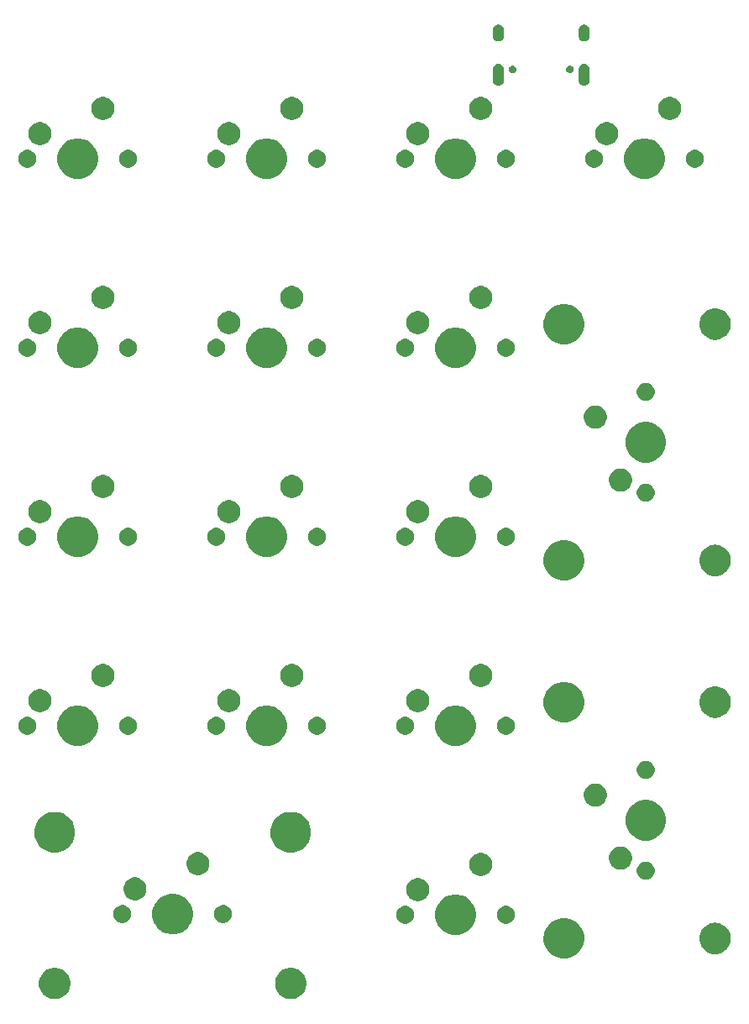
<source format=gbr>
G04 #@! TF.GenerationSoftware,KiCad,Pcbnew,(5.0.1)-3*
G04 #@! TF.CreationDate,2019-05-09T01:11:10-04:00*
G04 #@! TF.ProjectId,mulletpad-pcb,6D756C6C65747061642D7063622E6B69,rev?*
G04 #@! TF.SameCoordinates,Original*
G04 #@! TF.FileFunction,Soldermask,Top*
G04 #@! TF.FilePolarity,Negative*
%FSLAX46Y46*%
G04 Gerber Fmt 4.6, Leading zero omitted, Abs format (unit mm)*
G04 Created by KiCad (PCBNEW (5.0.1)-3) date 5/9/2019 1:11:10 AM*
%MOMM*%
%LPD*%
G01*
G04 APERTURE LIST*
%ADD10C,0.100000*%
G04 APERTURE END LIST*
D10*
G36*
X136871739Y-133756048D02*
X137125702Y-133806564D01*
X137412516Y-133925367D01*
X137670642Y-134097841D01*
X137890159Y-134317358D01*
X138062633Y-134575484D01*
X138181436Y-134862298D01*
X138242000Y-135166778D01*
X138242000Y-135477222D01*
X138181436Y-135781702D01*
X138062633Y-136068516D01*
X137890159Y-136326642D01*
X137670642Y-136546159D01*
X137412516Y-136718633D01*
X137125702Y-136837436D01*
X136871739Y-136887952D01*
X136821223Y-136898000D01*
X136510777Y-136898000D01*
X136460261Y-136887952D01*
X136206298Y-136837436D01*
X135919484Y-136718633D01*
X135661358Y-136546159D01*
X135441841Y-136326642D01*
X135269367Y-136068516D01*
X135150564Y-135781702D01*
X135090000Y-135477222D01*
X135090000Y-135166778D01*
X135150564Y-134862298D01*
X135269367Y-134575484D01*
X135441841Y-134317358D01*
X135661358Y-134097841D01*
X135919484Y-133925367D01*
X136206298Y-133806564D01*
X136460261Y-133756048D01*
X136510777Y-133746000D01*
X136821223Y-133746000D01*
X136871739Y-133756048D01*
X136871739Y-133756048D01*
G37*
G36*
X113071739Y-133756048D02*
X113325702Y-133806564D01*
X113612516Y-133925367D01*
X113870642Y-134097841D01*
X114090159Y-134317358D01*
X114262633Y-134575484D01*
X114381436Y-134862298D01*
X114442000Y-135166778D01*
X114442000Y-135477222D01*
X114381436Y-135781702D01*
X114262633Y-136068516D01*
X114090159Y-136326642D01*
X113870642Y-136546159D01*
X113612516Y-136718633D01*
X113325702Y-136837436D01*
X113071739Y-136887952D01*
X113021223Y-136898000D01*
X112710777Y-136898000D01*
X112660261Y-136887952D01*
X112406298Y-136837436D01*
X112119484Y-136718633D01*
X111861358Y-136546159D01*
X111641841Y-136326642D01*
X111469367Y-136068516D01*
X111350564Y-135781702D01*
X111290000Y-135477222D01*
X111290000Y-135166778D01*
X111350564Y-134862298D01*
X111469367Y-134575484D01*
X111641841Y-134317358D01*
X111861358Y-134097841D01*
X112119484Y-133925367D01*
X112406298Y-133806564D01*
X112660261Y-133756048D01*
X112710777Y-133746000D01*
X113021223Y-133746000D01*
X113071739Y-133756048D01*
X113071739Y-133756048D01*
G37*
G36*
X164824252Y-128799818D02*
X164824254Y-128799819D01*
X164824255Y-128799819D01*
X165197513Y-128954427D01*
X165410668Y-129096853D01*
X165533439Y-129178886D01*
X165819114Y-129464561D01*
X165819116Y-129464564D01*
X166043573Y-129800487D01*
X166198181Y-130173745D01*
X166198182Y-130173748D01*
X166252734Y-130448000D01*
X166277000Y-130569994D01*
X166277000Y-130974006D01*
X166198181Y-131370255D01*
X166043573Y-131743513D01*
X165874761Y-131996157D01*
X165819114Y-132079439D01*
X165533439Y-132365114D01*
X165533436Y-132365116D01*
X165197513Y-132589573D01*
X164824255Y-132744181D01*
X164824254Y-132744181D01*
X164824252Y-132744182D01*
X164428007Y-132823000D01*
X164023993Y-132823000D01*
X163627748Y-132744182D01*
X163627746Y-132744181D01*
X163627745Y-132744181D01*
X163254487Y-132589573D01*
X162918564Y-132365116D01*
X162918561Y-132365114D01*
X162632886Y-132079439D01*
X162577239Y-131996157D01*
X162408427Y-131743513D01*
X162253819Y-131370255D01*
X162175000Y-130974006D01*
X162175000Y-130569994D01*
X162199266Y-130448000D01*
X162253818Y-130173748D01*
X162253819Y-130173745D01*
X162408427Y-129800487D01*
X162632884Y-129464564D01*
X162632886Y-129464561D01*
X162918561Y-129178886D01*
X163041332Y-129096853D01*
X163254487Y-128954427D01*
X163627745Y-128799819D01*
X163627746Y-128799819D01*
X163627748Y-128799818D01*
X164023993Y-128721000D01*
X164428007Y-128721000D01*
X164824252Y-128799818D01*
X164824252Y-128799818D01*
G37*
G36*
X179671739Y-129206048D02*
X179925702Y-129256564D01*
X180212516Y-129375367D01*
X180470642Y-129547841D01*
X180690159Y-129767358D01*
X180862633Y-130025484D01*
X180981436Y-130312298D01*
X181042000Y-130616778D01*
X181042000Y-130927222D01*
X180981436Y-131231702D01*
X180862633Y-131518516D01*
X180690159Y-131776642D01*
X180470642Y-131996159D01*
X180212516Y-132168633D01*
X179925702Y-132287436D01*
X179671739Y-132337952D01*
X179621223Y-132348000D01*
X179310777Y-132348000D01*
X179260261Y-132337952D01*
X179006298Y-132287436D01*
X178719484Y-132168633D01*
X178461358Y-131996159D01*
X178241841Y-131776642D01*
X178069367Y-131518516D01*
X177950564Y-131231702D01*
X177890000Y-130927222D01*
X177890000Y-130616778D01*
X177950564Y-130312298D01*
X178069367Y-130025484D01*
X178241841Y-129767358D01*
X178461358Y-129547841D01*
X178719484Y-129375367D01*
X179006298Y-129256564D01*
X179260261Y-129206048D01*
X179310777Y-129196000D01*
X179621223Y-129196000D01*
X179671739Y-129206048D01*
X179671739Y-129206048D01*
G37*
G36*
X153887252Y-126424818D02*
X153887254Y-126424819D01*
X153887255Y-126424819D01*
X154260513Y-126579427D01*
X154591905Y-126800857D01*
X154596439Y-126803886D01*
X154882114Y-127089561D01*
X154882116Y-127089564D01*
X155106573Y-127425487D01*
X155135780Y-127496000D01*
X155261182Y-127798748D01*
X155340000Y-128194993D01*
X155340000Y-128599007D01*
X155265936Y-128971354D01*
X155261181Y-128995255D01*
X155106573Y-129368513D01*
X154986748Y-129547843D01*
X154882114Y-129704439D01*
X154596439Y-129990114D01*
X154596436Y-129990116D01*
X154260513Y-130214573D01*
X153887255Y-130369181D01*
X153887254Y-130369181D01*
X153887252Y-130369182D01*
X153491007Y-130448000D01*
X153086993Y-130448000D01*
X152690748Y-130369182D01*
X152690746Y-130369181D01*
X152690745Y-130369181D01*
X152317487Y-130214573D01*
X151981564Y-129990116D01*
X151981561Y-129990114D01*
X151695886Y-129704439D01*
X151591252Y-129547843D01*
X151471427Y-129368513D01*
X151316819Y-128995255D01*
X151312065Y-128971354D01*
X151238000Y-128599007D01*
X151238000Y-128194993D01*
X151316818Y-127798748D01*
X151442220Y-127496000D01*
X151471427Y-127425487D01*
X151695884Y-127089564D01*
X151695886Y-127089561D01*
X151981561Y-126803886D01*
X151986095Y-126800857D01*
X152317487Y-126579427D01*
X152690745Y-126424819D01*
X152690746Y-126424819D01*
X152690748Y-126424818D01*
X153086993Y-126346000D01*
X153491007Y-126346000D01*
X153887252Y-126424818D01*
X153887252Y-126424818D01*
G37*
G36*
X125364252Y-126349818D02*
X125364254Y-126349819D01*
X125364255Y-126349819D01*
X125737513Y-126504427D01*
X126068905Y-126725857D01*
X126073439Y-126728886D01*
X126359114Y-127014561D01*
X126359116Y-127014564D01*
X126583573Y-127350487D01*
X126627122Y-127455624D01*
X126738182Y-127723748D01*
X126817000Y-128119993D01*
X126817000Y-128524007D01*
X126742936Y-128896354D01*
X126738181Y-128920255D01*
X126583573Y-129293513D01*
X126533459Y-129368514D01*
X126359114Y-129629439D01*
X126073439Y-129915114D01*
X126073436Y-129915116D01*
X125737513Y-130139573D01*
X125364255Y-130294181D01*
X125364254Y-130294181D01*
X125364252Y-130294182D01*
X124968007Y-130373000D01*
X124563993Y-130373000D01*
X124167748Y-130294182D01*
X124167746Y-130294181D01*
X124167745Y-130294181D01*
X123794487Y-130139573D01*
X123458564Y-129915116D01*
X123458561Y-129915114D01*
X123172886Y-129629439D01*
X122998541Y-129368514D01*
X122948427Y-129293513D01*
X122793819Y-128920255D01*
X122789065Y-128896354D01*
X122715000Y-128524007D01*
X122715000Y-128119993D01*
X122793818Y-127723748D01*
X122904878Y-127455624D01*
X122948427Y-127350487D01*
X123172884Y-127014564D01*
X123172886Y-127014561D01*
X123458561Y-126728886D01*
X123463095Y-126725857D01*
X123794487Y-126504427D01*
X124167745Y-126349819D01*
X124167746Y-126349819D01*
X124167748Y-126349818D01*
X124563993Y-126271000D01*
X124968007Y-126271000D01*
X125364252Y-126349818D01*
X125364252Y-126349818D01*
G37*
G36*
X158631812Y-127530624D02*
X158795784Y-127598544D01*
X158943354Y-127697147D01*
X159068853Y-127822646D01*
X159167456Y-127970216D01*
X159235376Y-128134188D01*
X159270000Y-128308259D01*
X159270000Y-128485741D01*
X159235376Y-128659812D01*
X159167456Y-128823784D01*
X159068853Y-128971354D01*
X158943354Y-129096853D01*
X158795784Y-129195456D01*
X158631812Y-129263376D01*
X158457741Y-129298000D01*
X158280259Y-129298000D01*
X158106188Y-129263376D01*
X157942216Y-129195456D01*
X157794646Y-129096853D01*
X157669147Y-128971354D01*
X157570544Y-128823784D01*
X157502624Y-128659812D01*
X157468000Y-128485741D01*
X157468000Y-128308259D01*
X157502624Y-128134188D01*
X157570544Y-127970216D01*
X157669147Y-127822646D01*
X157794646Y-127697147D01*
X157942216Y-127598544D01*
X158106188Y-127530624D01*
X158280259Y-127496000D01*
X158457741Y-127496000D01*
X158631812Y-127530624D01*
X158631812Y-127530624D01*
G37*
G36*
X148471812Y-127530624D02*
X148635784Y-127598544D01*
X148783354Y-127697147D01*
X148908853Y-127822646D01*
X149007456Y-127970216D01*
X149075376Y-128134188D01*
X149110000Y-128308259D01*
X149110000Y-128485741D01*
X149075376Y-128659812D01*
X149007456Y-128823784D01*
X148908853Y-128971354D01*
X148783354Y-129096853D01*
X148635784Y-129195456D01*
X148471812Y-129263376D01*
X148297741Y-129298000D01*
X148120259Y-129298000D01*
X147946188Y-129263376D01*
X147782216Y-129195456D01*
X147634646Y-129096853D01*
X147509147Y-128971354D01*
X147410544Y-128823784D01*
X147342624Y-128659812D01*
X147308000Y-128485741D01*
X147308000Y-128308259D01*
X147342624Y-128134188D01*
X147410544Y-127970216D01*
X147509147Y-127822646D01*
X147634646Y-127697147D01*
X147782216Y-127598544D01*
X147946188Y-127530624D01*
X148120259Y-127496000D01*
X148297741Y-127496000D01*
X148471812Y-127530624D01*
X148471812Y-127530624D01*
G37*
G36*
X119948812Y-127455624D02*
X120112784Y-127523544D01*
X120260354Y-127622147D01*
X120385853Y-127747646D01*
X120484456Y-127895216D01*
X120552376Y-128059188D01*
X120587000Y-128233259D01*
X120587000Y-128410741D01*
X120552376Y-128584812D01*
X120484456Y-128748784D01*
X120385853Y-128896354D01*
X120260354Y-129021853D01*
X120112784Y-129120456D01*
X119948812Y-129188376D01*
X119774741Y-129223000D01*
X119597259Y-129223000D01*
X119423188Y-129188376D01*
X119259216Y-129120456D01*
X119111646Y-129021853D01*
X118986147Y-128896354D01*
X118887544Y-128748784D01*
X118819624Y-128584812D01*
X118785000Y-128410741D01*
X118785000Y-128233259D01*
X118819624Y-128059188D01*
X118887544Y-127895216D01*
X118986147Y-127747646D01*
X119111646Y-127622147D01*
X119259216Y-127523544D01*
X119423188Y-127455624D01*
X119597259Y-127421000D01*
X119774741Y-127421000D01*
X119948812Y-127455624D01*
X119948812Y-127455624D01*
G37*
G36*
X130108812Y-127455624D02*
X130272784Y-127523544D01*
X130420354Y-127622147D01*
X130545853Y-127747646D01*
X130644456Y-127895216D01*
X130712376Y-128059188D01*
X130747000Y-128233259D01*
X130747000Y-128410741D01*
X130712376Y-128584812D01*
X130644456Y-128748784D01*
X130545853Y-128896354D01*
X130420354Y-129021853D01*
X130272784Y-129120456D01*
X130108812Y-129188376D01*
X129934741Y-129223000D01*
X129757259Y-129223000D01*
X129583188Y-129188376D01*
X129419216Y-129120456D01*
X129271646Y-129021853D01*
X129146147Y-128896354D01*
X129047544Y-128748784D01*
X128979624Y-128584812D01*
X128945000Y-128410741D01*
X128945000Y-128233259D01*
X128979624Y-128059188D01*
X129047544Y-127895216D01*
X129146147Y-127747646D01*
X129271646Y-127622147D01*
X129419216Y-127523544D01*
X129583188Y-127455624D01*
X129757259Y-127421000D01*
X129934741Y-127421000D01*
X130108812Y-127455624D01*
X130108812Y-127455624D01*
G37*
G36*
X149814734Y-124750232D02*
X150024202Y-124836996D01*
X150212723Y-124962962D01*
X150373038Y-125123277D01*
X150499004Y-125311798D01*
X150585768Y-125521266D01*
X150630000Y-125743635D01*
X150630000Y-125970365D01*
X150585768Y-126192734D01*
X150499004Y-126402202D01*
X150373038Y-126590723D01*
X150212723Y-126751038D01*
X150024202Y-126877004D01*
X149814734Y-126963768D01*
X149592365Y-127008000D01*
X149365635Y-127008000D01*
X149143266Y-126963768D01*
X148933798Y-126877004D01*
X148745277Y-126751038D01*
X148584962Y-126590723D01*
X148458996Y-126402202D01*
X148372232Y-126192734D01*
X148328000Y-125970365D01*
X148328000Y-125743635D01*
X148372232Y-125521266D01*
X148458996Y-125311798D01*
X148584962Y-125123277D01*
X148745277Y-124962962D01*
X148933798Y-124836996D01*
X149143266Y-124750232D01*
X149365635Y-124706000D01*
X149592365Y-124706000D01*
X149814734Y-124750232D01*
X149814734Y-124750232D01*
G37*
G36*
X121291734Y-124675232D02*
X121501202Y-124761996D01*
X121689723Y-124887962D01*
X121850038Y-125048277D01*
X121976004Y-125236798D01*
X122062768Y-125446266D01*
X122107000Y-125668635D01*
X122107000Y-125895365D01*
X122062768Y-126117734D01*
X121976004Y-126327202D01*
X121850038Y-126515723D01*
X121689723Y-126676038D01*
X121501202Y-126802004D01*
X121291734Y-126888768D01*
X121069365Y-126933000D01*
X120842635Y-126933000D01*
X120620266Y-126888768D01*
X120410798Y-126802004D01*
X120222277Y-126676038D01*
X120061962Y-126515723D01*
X119935996Y-126327202D01*
X119849232Y-126117734D01*
X119805000Y-125895365D01*
X119805000Y-125668635D01*
X119849232Y-125446266D01*
X119935996Y-125236798D01*
X120061962Y-125048277D01*
X120222277Y-124887962D01*
X120410798Y-124761996D01*
X120620266Y-124675232D01*
X120842635Y-124631000D01*
X121069365Y-124631000D01*
X121291734Y-124675232D01*
X121291734Y-124675232D01*
G37*
G36*
X172728812Y-123085624D02*
X172892784Y-123153544D01*
X173040354Y-123252147D01*
X173165853Y-123377646D01*
X173264456Y-123525216D01*
X173332376Y-123689188D01*
X173367000Y-123863259D01*
X173367000Y-124040741D01*
X173332376Y-124214812D01*
X173264456Y-124378784D01*
X173165853Y-124526354D01*
X173040354Y-124651853D01*
X172892784Y-124750456D01*
X172728812Y-124818376D01*
X172554741Y-124853000D01*
X172377259Y-124853000D01*
X172203188Y-124818376D01*
X172039216Y-124750456D01*
X171891646Y-124651853D01*
X171766147Y-124526354D01*
X171667544Y-124378784D01*
X171599624Y-124214812D01*
X171565000Y-124040741D01*
X171565000Y-123863259D01*
X171599624Y-123689188D01*
X171667544Y-123525216D01*
X171766147Y-123377646D01*
X171891646Y-123252147D01*
X172039216Y-123153544D01*
X172203188Y-123085624D01*
X172377259Y-123051000D01*
X172554741Y-123051000D01*
X172728812Y-123085624D01*
X172728812Y-123085624D01*
G37*
G36*
X156164734Y-122210232D02*
X156374202Y-122296996D01*
X156562723Y-122422962D01*
X156723038Y-122583277D01*
X156849004Y-122771798D01*
X156935768Y-122981266D01*
X156980000Y-123203635D01*
X156980000Y-123430365D01*
X156935768Y-123652734D01*
X156849004Y-123862202D01*
X156723038Y-124050723D01*
X156562723Y-124211038D01*
X156374202Y-124337004D01*
X156164734Y-124423768D01*
X155942365Y-124468000D01*
X155715635Y-124468000D01*
X155493266Y-124423768D01*
X155283798Y-124337004D01*
X155095277Y-124211038D01*
X154934962Y-124050723D01*
X154808996Y-123862202D01*
X154722232Y-123652734D01*
X154678000Y-123430365D01*
X154678000Y-123203635D01*
X154722232Y-122981266D01*
X154808996Y-122771798D01*
X154934962Y-122583277D01*
X155095277Y-122422962D01*
X155283798Y-122296996D01*
X155493266Y-122210232D01*
X155715635Y-122166000D01*
X155942365Y-122166000D01*
X156164734Y-122210232D01*
X156164734Y-122210232D01*
G37*
G36*
X127641734Y-122135232D02*
X127851202Y-122221996D01*
X128039723Y-122347962D01*
X128200038Y-122508277D01*
X128326004Y-122696798D01*
X128412768Y-122906266D01*
X128457000Y-123128635D01*
X128457000Y-123355365D01*
X128412768Y-123577734D01*
X128326004Y-123787202D01*
X128200038Y-123975723D01*
X128039723Y-124136038D01*
X127851202Y-124262004D01*
X127641734Y-124348768D01*
X127419365Y-124393000D01*
X127192635Y-124393000D01*
X126970266Y-124348768D01*
X126760798Y-124262004D01*
X126572277Y-124136038D01*
X126411962Y-123975723D01*
X126285996Y-123787202D01*
X126199232Y-123577734D01*
X126155000Y-123355365D01*
X126155000Y-123128635D01*
X126199232Y-122906266D01*
X126285996Y-122696798D01*
X126411962Y-122508277D01*
X126572277Y-122347962D01*
X126760798Y-122221996D01*
X126970266Y-122135232D01*
X127192635Y-122091000D01*
X127419365Y-122091000D01*
X127641734Y-122135232D01*
X127641734Y-122135232D01*
G37*
G36*
X170261734Y-121575232D02*
X170471202Y-121661996D01*
X170659723Y-121787962D01*
X170820038Y-121948277D01*
X170946004Y-122136798D01*
X171032768Y-122346266D01*
X171077000Y-122568635D01*
X171077000Y-122795365D01*
X171032768Y-123017734D01*
X170946004Y-123227202D01*
X170820038Y-123415723D01*
X170659723Y-123576038D01*
X170471202Y-123702004D01*
X170261734Y-123788768D01*
X170039365Y-123833000D01*
X169812635Y-123833000D01*
X169590266Y-123788768D01*
X169380798Y-123702004D01*
X169192277Y-123576038D01*
X169031962Y-123415723D01*
X168905996Y-123227202D01*
X168819232Y-123017734D01*
X168775000Y-122795365D01*
X168775000Y-122568635D01*
X168819232Y-122346266D01*
X168905996Y-122136798D01*
X169031962Y-121948277D01*
X169192277Y-121787962D01*
X169380798Y-121661996D01*
X169590266Y-121575232D01*
X169812635Y-121531000D01*
X170039365Y-121531000D01*
X170261734Y-121575232D01*
X170261734Y-121575232D01*
G37*
G36*
X137264252Y-118109818D02*
X137264254Y-118109819D01*
X137264255Y-118109819D01*
X137637513Y-118264427D01*
X137968905Y-118485857D01*
X137973439Y-118488886D01*
X138259114Y-118774561D01*
X138259116Y-118774564D01*
X138483573Y-119110487D01*
X138632592Y-119470252D01*
X138638182Y-119483748D01*
X138717000Y-119879993D01*
X138717000Y-120284007D01*
X138680976Y-120465114D01*
X138638181Y-120680255D01*
X138483573Y-121053513D01*
X138483572Y-121053514D01*
X138259114Y-121389439D01*
X137973439Y-121675114D01*
X137973436Y-121675116D01*
X137637513Y-121899573D01*
X137264255Y-122054181D01*
X137264254Y-122054181D01*
X137264252Y-122054182D01*
X136868007Y-122133000D01*
X136463993Y-122133000D01*
X136067748Y-122054182D01*
X136067746Y-122054181D01*
X136067745Y-122054181D01*
X135694487Y-121899573D01*
X135358564Y-121675116D01*
X135358561Y-121675114D01*
X135072886Y-121389439D01*
X134848428Y-121053514D01*
X134848427Y-121053513D01*
X134693819Y-120680255D01*
X134651025Y-120465114D01*
X134615000Y-120284007D01*
X134615000Y-119879993D01*
X134693818Y-119483748D01*
X134699408Y-119470252D01*
X134848427Y-119110487D01*
X135072884Y-118774564D01*
X135072886Y-118774561D01*
X135358561Y-118488886D01*
X135363095Y-118485857D01*
X135694487Y-118264427D01*
X136067745Y-118109819D01*
X136067746Y-118109819D01*
X136067748Y-118109818D01*
X136463993Y-118031000D01*
X136868007Y-118031000D01*
X137264252Y-118109818D01*
X137264252Y-118109818D01*
G37*
G36*
X113464252Y-118109818D02*
X113464254Y-118109819D01*
X113464255Y-118109819D01*
X113837513Y-118264427D01*
X114168905Y-118485857D01*
X114173439Y-118488886D01*
X114459114Y-118774561D01*
X114459116Y-118774564D01*
X114683573Y-119110487D01*
X114832592Y-119470252D01*
X114838182Y-119483748D01*
X114917000Y-119879993D01*
X114917000Y-120284007D01*
X114880976Y-120465114D01*
X114838181Y-120680255D01*
X114683573Y-121053513D01*
X114683572Y-121053514D01*
X114459114Y-121389439D01*
X114173439Y-121675114D01*
X114173436Y-121675116D01*
X113837513Y-121899573D01*
X113464255Y-122054181D01*
X113464254Y-122054181D01*
X113464252Y-122054182D01*
X113068007Y-122133000D01*
X112663993Y-122133000D01*
X112267748Y-122054182D01*
X112267746Y-122054181D01*
X112267745Y-122054181D01*
X111894487Y-121899573D01*
X111558564Y-121675116D01*
X111558561Y-121675114D01*
X111272886Y-121389439D01*
X111048428Y-121053514D01*
X111048427Y-121053513D01*
X110893819Y-120680255D01*
X110851025Y-120465114D01*
X110815000Y-120284007D01*
X110815000Y-119879993D01*
X110893818Y-119483748D01*
X110899408Y-119470252D01*
X111048427Y-119110487D01*
X111272884Y-118774564D01*
X111272886Y-118774561D01*
X111558561Y-118488886D01*
X111563095Y-118485857D01*
X111894487Y-118264427D01*
X112267745Y-118109819D01*
X112267746Y-118109819D01*
X112267748Y-118109818D01*
X112663993Y-118031000D01*
X113068007Y-118031000D01*
X113464252Y-118109818D01*
X113464252Y-118109818D01*
G37*
G36*
X173064252Y-116899818D02*
X173064254Y-116899819D01*
X173064255Y-116899819D01*
X173437513Y-117054427D01*
X173768905Y-117275857D01*
X173773439Y-117278886D01*
X174059114Y-117564561D01*
X174059116Y-117564564D01*
X174283573Y-117900487D01*
X174434321Y-118264427D01*
X174438182Y-118273748D01*
X174517000Y-118669993D01*
X174517000Y-119074007D01*
X174509744Y-119110487D01*
X174438181Y-119470255D01*
X174283573Y-119843513D01*
X174283572Y-119843514D01*
X174059114Y-120179439D01*
X173773439Y-120465114D01*
X173773436Y-120465116D01*
X173437513Y-120689573D01*
X173064255Y-120844181D01*
X173064254Y-120844181D01*
X173064252Y-120844182D01*
X172668007Y-120923000D01*
X172263993Y-120923000D01*
X171867748Y-120844182D01*
X171867746Y-120844181D01*
X171867745Y-120844181D01*
X171494487Y-120689573D01*
X171158564Y-120465116D01*
X171158561Y-120465114D01*
X170872886Y-120179439D01*
X170648428Y-119843514D01*
X170648427Y-119843513D01*
X170493819Y-119470255D01*
X170422257Y-119110487D01*
X170415000Y-119074007D01*
X170415000Y-118669993D01*
X170493818Y-118273748D01*
X170497679Y-118264427D01*
X170648427Y-117900487D01*
X170872884Y-117564564D01*
X170872886Y-117564561D01*
X171158561Y-117278886D01*
X171163095Y-117275857D01*
X171494487Y-117054427D01*
X171867745Y-116899819D01*
X171867746Y-116899819D01*
X171867748Y-116899818D01*
X172263993Y-116821000D01*
X172668007Y-116821000D01*
X173064252Y-116899818D01*
X173064252Y-116899818D01*
G37*
G36*
X167721734Y-115225232D02*
X167931202Y-115311996D01*
X168119723Y-115437962D01*
X168280038Y-115598277D01*
X168406004Y-115786798D01*
X168492768Y-115996266D01*
X168537000Y-116218635D01*
X168537000Y-116445365D01*
X168492768Y-116667734D01*
X168406004Y-116877202D01*
X168280038Y-117065723D01*
X168119723Y-117226038D01*
X167931202Y-117352004D01*
X167721734Y-117438768D01*
X167499365Y-117483000D01*
X167272635Y-117483000D01*
X167050266Y-117438768D01*
X166840798Y-117352004D01*
X166652277Y-117226038D01*
X166491962Y-117065723D01*
X166365996Y-116877202D01*
X166279232Y-116667734D01*
X166235000Y-116445365D01*
X166235000Y-116218635D01*
X166279232Y-115996266D01*
X166365996Y-115786798D01*
X166491962Y-115598277D01*
X166652277Y-115437962D01*
X166840798Y-115311996D01*
X167050266Y-115225232D01*
X167272635Y-115181000D01*
X167499365Y-115181000D01*
X167721734Y-115225232D01*
X167721734Y-115225232D01*
G37*
G36*
X172728812Y-112925624D02*
X172892784Y-112993544D01*
X173040354Y-113092147D01*
X173165853Y-113217646D01*
X173264456Y-113365216D01*
X173332376Y-113529188D01*
X173367000Y-113703259D01*
X173367000Y-113880741D01*
X173332376Y-114054812D01*
X173264456Y-114218784D01*
X173165853Y-114366354D01*
X173040354Y-114491853D01*
X172892784Y-114590456D01*
X172728812Y-114658376D01*
X172554741Y-114693000D01*
X172377259Y-114693000D01*
X172203188Y-114658376D01*
X172039216Y-114590456D01*
X171891646Y-114491853D01*
X171766147Y-114366354D01*
X171667544Y-114218784D01*
X171599624Y-114054812D01*
X171565000Y-113880741D01*
X171565000Y-113703259D01*
X171599624Y-113529188D01*
X171667544Y-113365216D01*
X171766147Y-113217646D01*
X171891646Y-113092147D01*
X172039216Y-112993544D01*
X172203188Y-112925624D01*
X172377259Y-112891000D01*
X172554741Y-112891000D01*
X172728812Y-112925624D01*
X172728812Y-112925624D01*
G37*
G36*
X153887252Y-107374818D02*
X153887254Y-107374819D01*
X153887255Y-107374819D01*
X154260513Y-107529427D01*
X154543501Y-107718514D01*
X154596439Y-107753886D01*
X154882114Y-108039561D01*
X154882116Y-108039564D01*
X155106573Y-108375487D01*
X155219098Y-108647147D01*
X155261182Y-108748748D01*
X155340000Y-109144993D01*
X155340000Y-109549007D01*
X155265936Y-109921354D01*
X155261181Y-109945255D01*
X155106573Y-110318513D01*
X155106572Y-110318514D01*
X154882114Y-110654439D01*
X154596439Y-110940114D01*
X154596436Y-110940116D01*
X154260513Y-111164573D01*
X153887255Y-111319181D01*
X153887254Y-111319181D01*
X153887252Y-111319182D01*
X153491007Y-111398000D01*
X153086993Y-111398000D01*
X152690748Y-111319182D01*
X152690746Y-111319181D01*
X152690745Y-111319181D01*
X152317487Y-111164573D01*
X151981564Y-110940116D01*
X151981561Y-110940114D01*
X151695886Y-110654439D01*
X151471428Y-110318514D01*
X151471427Y-110318513D01*
X151316819Y-109945255D01*
X151312065Y-109921354D01*
X151238000Y-109549007D01*
X151238000Y-109144993D01*
X151316818Y-108748748D01*
X151358902Y-108647147D01*
X151471427Y-108375487D01*
X151695884Y-108039564D01*
X151695886Y-108039561D01*
X151981561Y-107753886D01*
X152034499Y-107718514D01*
X152317487Y-107529427D01*
X152690745Y-107374819D01*
X152690746Y-107374819D01*
X152690748Y-107374818D01*
X153086993Y-107296000D01*
X153491007Y-107296000D01*
X153887252Y-107374818D01*
X153887252Y-107374818D01*
G37*
G36*
X115787252Y-107374818D02*
X115787254Y-107374819D01*
X115787255Y-107374819D01*
X116160513Y-107529427D01*
X116443501Y-107718514D01*
X116496439Y-107753886D01*
X116782114Y-108039561D01*
X116782116Y-108039564D01*
X117006573Y-108375487D01*
X117119098Y-108647147D01*
X117161182Y-108748748D01*
X117240000Y-109144993D01*
X117240000Y-109549007D01*
X117165936Y-109921354D01*
X117161181Y-109945255D01*
X117006573Y-110318513D01*
X117006572Y-110318514D01*
X116782114Y-110654439D01*
X116496439Y-110940114D01*
X116496436Y-110940116D01*
X116160513Y-111164573D01*
X115787255Y-111319181D01*
X115787254Y-111319181D01*
X115787252Y-111319182D01*
X115391007Y-111398000D01*
X114986993Y-111398000D01*
X114590748Y-111319182D01*
X114590746Y-111319181D01*
X114590745Y-111319181D01*
X114217487Y-111164573D01*
X113881564Y-110940116D01*
X113881561Y-110940114D01*
X113595886Y-110654439D01*
X113371428Y-110318514D01*
X113371427Y-110318513D01*
X113216819Y-109945255D01*
X113212065Y-109921354D01*
X113138000Y-109549007D01*
X113138000Y-109144993D01*
X113216818Y-108748748D01*
X113258902Y-108647147D01*
X113371427Y-108375487D01*
X113595884Y-108039564D01*
X113595886Y-108039561D01*
X113881561Y-107753886D01*
X113934499Y-107718514D01*
X114217487Y-107529427D01*
X114590745Y-107374819D01*
X114590746Y-107374819D01*
X114590748Y-107374818D01*
X114986993Y-107296000D01*
X115391007Y-107296000D01*
X115787252Y-107374818D01*
X115787252Y-107374818D01*
G37*
G36*
X134837252Y-107374818D02*
X134837254Y-107374819D01*
X134837255Y-107374819D01*
X135210513Y-107529427D01*
X135493501Y-107718514D01*
X135546439Y-107753886D01*
X135832114Y-108039561D01*
X135832116Y-108039564D01*
X136056573Y-108375487D01*
X136169098Y-108647147D01*
X136211182Y-108748748D01*
X136290000Y-109144993D01*
X136290000Y-109549007D01*
X136215936Y-109921354D01*
X136211181Y-109945255D01*
X136056573Y-110318513D01*
X136056572Y-110318514D01*
X135832114Y-110654439D01*
X135546439Y-110940114D01*
X135546436Y-110940116D01*
X135210513Y-111164573D01*
X134837255Y-111319181D01*
X134837254Y-111319181D01*
X134837252Y-111319182D01*
X134441007Y-111398000D01*
X134036993Y-111398000D01*
X133640748Y-111319182D01*
X133640746Y-111319181D01*
X133640745Y-111319181D01*
X133267487Y-111164573D01*
X132931564Y-110940116D01*
X132931561Y-110940114D01*
X132645886Y-110654439D01*
X132421428Y-110318514D01*
X132421427Y-110318513D01*
X132266819Y-109945255D01*
X132262065Y-109921354D01*
X132188000Y-109549007D01*
X132188000Y-109144993D01*
X132266818Y-108748748D01*
X132308902Y-108647147D01*
X132421427Y-108375487D01*
X132645884Y-108039564D01*
X132645886Y-108039561D01*
X132931561Y-107753886D01*
X132984499Y-107718514D01*
X133267487Y-107529427D01*
X133640745Y-107374819D01*
X133640746Y-107374819D01*
X133640748Y-107374818D01*
X134036993Y-107296000D01*
X134441007Y-107296000D01*
X134837252Y-107374818D01*
X134837252Y-107374818D01*
G37*
G36*
X110371812Y-108480624D02*
X110535784Y-108548544D01*
X110683354Y-108647147D01*
X110808853Y-108772646D01*
X110907456Y-108920216D01*
X110975376Y-109084188D01*
X111010000Y-109258259D01*
X111010000Y-109435741D01*
X110975376Y-109609812D01*
X110907456Y-109773784D01*
X110808853Y-109921354D01*
X110683354Y-110046853D01*
X110535784Y-110145456D01*
X110371812Y-110213376D01*
X110197741Y-110248000D01*
X110020259Y-110248000D01*
X109846188Y-110213376D01*
X109682216Y-110145456D01*
X109534646Y-110046853D01*
X109409147Y-109921354D01*
X109310544Y-109773784D01*
X109242624Y-109609812D01*
X109208000Y-109435741D01*
X109208000Y-109258259D01*
X109242624Y-109084188D01*
X109310544Y-108920216D01*
X109409147Y-108772646D01*
X109534646Y-108647147D01*
X109682216Y-108548544D01*
X109846188Y-108480624D01*
X110020259Y-108446000D01*
X110197741Y-108446000D01*
X110371812Y-108480624D01*
X110371812Y-108480624D01*
G37*
G36*
X120531812Y-108480624D02*
X120695784Y-108548544D01*
X120843354Y-108647147D01*
X120968853Y-108772646D01*
X121067456Y-108920216D01*
X121135376Y-109084188D01*
X121170000Y-109258259D01*
X121170000Y-109435741D01*
X121135376Y-109609812D01*
X121067456Y-109773784D01*
X120968853Y-109921354D01*
X120843354Y-110046853D01*
X120695784Y-110145456D01*
X120531812Y-110213376D01*
X120357741Y-110248000D01*
X120180259Y-110248000D01*
X120006188Y-110213376D01*
X119842216Y-110145456D01*
X119694646Y-110046853D01*
X119569147Y-109921354D01*
X119470544Y-109773784D01*
X119402624Y-109609812D01*
X119368000Y-109435741D01*
X119368000Y-109258259D01*
X119402624Y-109084188D01*
X119470544Y-108920216D01*
X119569147Y-108772646D01*
X119694646Y-108647147D01*
X119842216Y-108548544D01*
X120006188Y-108480624D01*
X120180259Y-108446000D01*
X120357741Y-108446000D01*
X120531812Y-108480624D01*
X120531812Y-108480624D01*
G37*
G36*
X139581812Y-108480624D02*
X139745784Y-108548544D01*
X139893354Y-108647147D01*
X140018853Y-108772646D01*
X140117456Y-108920216D01*
X140185376Y-109084188D01*
X140220000Y-109258259D01*
X140220000Y-109435741D01*
X140185376Y-109609812D01*
X140117456Y-109773784D01*
X140018853Y-109921354D01*
X139893354Y-110046853D01*
X139745784Y-110145456D01*
X139581812Y-110213376D01*
X139407741Y-110248000D01*
X139230259Y-110248000D01*
X139056188Y-110213376D01*
X138892216Y-110145456D01*
X138744646Y-110046853D01*
X138619147Y-109921354D01*
X138520544Y-109773784D01*
X138452624Y-109609812D01*
X138418000Y-109435741D01*
X138418000Y-109258259D01*
X138452624Y-109084188D01*
X138520544Y-108920216D01*
X138619147Y-108772646D01*
X138744646Y-108647147D01*
X138892216Y-108548544D01*
X139056188Y-108480624D01*
X139230259Y-108446000D01*
X139407741Y-108446000D01*
X139581812Y-108480624D01*
X139581812Y-108480624D01*
G37*
G36*
X148471812Y-108480624D02*
X148635784Y-108548544D01*
X148783354Y-108647147D01*
X148908853Y-108772646D01*
X149007456Y-108920216D01*
X149075376Y-109084188D01*
X149110000Y-109258259D01*
X149110000Y-109435741D01*
X149075376Y-109609812D01*
X149007456Y-109773784D01*
X148908853Y-109921354D01*
X148783354Y-110046853D01*
X148635784Y-110145456D01*
X148471812Y-110213376D01*
X148297741Y-110248000D01*
X148120259Y-110248000D01*
X147946188Y-110213376D01*
X147782216Y-110145456D01*
X147634646Y-110046853D01*
X147509147Y-109921354D01*
X147410544Y-109773784D01*
X147342624Y-109609812D01*
X147308000Y-109435741D01*
X147308000Y-109258259D01*
X147342624Y-109084188D01*
X147410544Y-108920216D01*
X147509147Y-108772646D01*
X147634646Y-108647147D01*
X147782216Y-108548544D01*
X147946188Y-108480624D01*
X148120259Y-108446000D01*
X148297741Y-108446000D01*
X148471812Y-108480624D01*
X148471812Y-108480624D01*
G37*
G36*
X158631812Y-108480624D02*
X158795784Y-108548544D01*
X158943354Y-108647147D01*
X159068853Y-108772646D01*
X159167456Y-108920216D01*
X159235376Y-109084188D01*
X159270000Y-109258259D01*
X159270000Y-109435741D01*
X159235376Y-109609812D01*
X159167456Y-109773784D01*
X159068853Y-109921354D01*
X158943354Y-110046853D01*
X158795784Y-110145456D01*
X158631812Y-110213376D01*
X158457741Y-110248000D01*
X158280259Y-110248000D01*
X158106188Y-110213376D01*
X157942216Y-110145456D01*
X157794646Y-110046853D01*
X157669147Y-109921354D01*
X157570544Y-109773784D01*
X157502624Y-109609812D01*
X157468000Y-109435741D01*
X157468000Y-109258259D01*
X157502624Y-109084188D01*
X157570544Y-108920216D01*
X157669147Y-108772646D01*
X157794646Y-108647147D01*
X157942216Y-108548544D01*
X158106188Y-108480624D01*
X158280259Y-108446000D01*
X158457741Y-108446000D01*
X158631812Y-108480624D01*
X158631812Y-108480624D01*
G37*
G36*
X129421812Y-108480624D02*
X129585784Y-108548544D01*
X129733354Y-108647147D01*
X129858853Y-108772646D01*
X129957456Y-108920216D01*
X130025376Y-109084188D01*
X130060000Y-109258259D01*
X130060000Y-109435741D01*
X130025376Y-109609812D01*
X129957456Y-109773784D01*
X129858853Y-109921354D01*
X129733354Y-110046853D01*
X129585784Y-110145456D01*
X129421812Y-110213376D01*
X129247741Y-110248000D01*
X129070259Y-110248000D01*
X128896188Y-110213376D01*
X128732216Y-110145456D01*
X128584646Y-110046853D01*
X128459147Y-109921354D01*
X128360544Y-109773784D01*
X128292624Y-109609812D01*
X128258000Y-109435741D01*
X128258000Y-109258259D01*
X128292624Y-109084188D01*
X128360544Y-108920216D01*
X128459147Y-108772646D01*
X128584646Y-108647147D01*
X128732216Y-108548544D01*
X128896188Y-108480624D01*
X129070259Y-108446000D01*
X129247741Y-108446000D01*
X129421812Y-108480624D01*
X129421812Y-108480624D01*
G37*
G36*
X164824252Y-104999818D02*
X164824254Y-104999819D01*
X164824255Y-104999819D01*
X165197513Y-105154427D01*
X165395928Y-105287004D01*
X165533439Y-105378886D01*
X165819114Y-105664561D01*
X165819116Y-105664564D01*
X166043573Y-106000487D01*
X166151811Y-106261798D01*
X166198182Y-106373748D01*
X166277000Y-106769993D01*
X166277000Y-107174007D01*
X166204056Y-107540723D01*
X166198181Y-107570255D01*
X166043573Y-107943513D01*
X165874761Y-108196157D01*
X165819114Y-108279439D01*
X165533439Y-108565114D01*
X165533436Y-108565116D01*
X165197513Y-108789573D01*
X164824255Y-108944181D01*
X164824254Y-108944181D01*
X164824252Y-108944182D01*
X164428007Y-109023000D01*
X164023993Y-109023000D01*
X163627748Y-108944182D01*
X163627746Y-108944181D01*
X163627745Y-108944181D01*
X163254487Y-108789573D01*
X162918564Y-108565116D01*
X162918561Y-108565114D01*
X162632886Y-108279439D01*
X162577239Y-108196157D01*
X162408427Y-107943513D01*
X162253819Y-107570255D01*
X162247945Y-107540723D01*
X162175000Y-107174007D01*
X162175000Y-106769993D01*
X162253818Y-106373748D01*
X162300189Y-106261798D01*
X162408427Y-106000487D01*
X162632884Y-105664564D01*
X162632886Y-105664561D01*
X162918561Y-105378886D01*
X163056072Y-105287004D01*
X163254487Y-105154427D01*
X163627745Y-104999819D01*
X163627746Y-104999819D01*
X163627748Y-104999818D01*
X164023993Y-104921000D01*
X164428007Y-104921000D01*
X164824252Y-104999818D01*
X164824252Y-104999818D01*
G37*
G36*
X179671739Y-105406048D02*
X179925702Y-105456564D01*
X180212516Y-105575367D01*
X180470642Y-105747841D01*
X180690159Y-105967358D01*
X180862633Y-106225484D01*
X180981436Y-106512298D01*
X181042000Y-106816778D01*
X181042000Y-107127222D01*
X180981436Y-107431702D01*
X180862633Y-107718516D01*
X180690159Y-107976642D01*
X180470642Y-108196159D01*
X180212516Y-108368633D01*
X179925702Y-108487436D01*
X179671739Y-108537952D01*
X179621223Y-108548000D01*
X179310777Y-108548000D01*
X179260261Y-108537952D01*
X179006298Y-108487436D01*
X178719484Y-108368633D01*
X178461358Y-108196159D01*
X178241841Y-107976642D01*
X178069367Y-107718516D01*
X177950564Y-107431702D01*
X177890000Y-107127222D01*
X177890000Y-106816778D01*
X177950564Y-106512298D01*
X178069367Y-106225484D01*
X178241841Y-105967358D01*
X178461358Y-105747841D01*
X178719484Y-105575367D01*
X179006298Y-105456564D01*
X179260261Y-105406048D01*
X179310777Y-105396000D01*
X179621223Y-105396000D01*
X179671739Y-105406048D01*
X179671739Y-105406048D01*
G37*
G36*
X130764734Y-105700232D02*
X130974202Y-105786996D01*
X131162723Y-105912962D01*
X131323038Y-106073277D01*
X131449004Y-106261798D01*
X131535768Y-106471266D01*
X131580000Y-106693635D01*
X131580000Y-106920365D01*
X131535768Y-107142734D01*
X131449004Y-107352202D01*
X131323038Y-107540723D01*
X131162723Y-107701038D01*
X130974202Y-107827004D01*
X130764734Y-107913768D01*
X130542365Y-107958000D01*
X130315635Y-107958000D01*
X130093266Y-107913768D01*
X129883798Y-107827004D01*
X129695277Y-107701038D01*
X129534962Y-107540723D01*
X129408996Y-107352202D01*
X129322232Y-107142734D01*
X129278000Y-106920365D01*
X129278000Y-106693635D01*
X129322232Y-106471266D01*
X129408996Y-106261798D01*
X129534962Y-106073277D01*
X129695277Y-105912962D01*
X129883798Y-105786996D01*
X130093266Y-105700232D01*
X130315635Y-105656000D01*
X130542365Y-105656000D01*
X130764734Y-105700232D01*
X130764734Y-105700232D01*
G37*
G36*
X111714734Y-105700232D02*
X111924202Y-105786996D01*
X112112723Y-105912962D01*
X112273038Y-106073277D01*
X112399004Y-106261798D01*
X112485768Y-106471266D01*
X112530000Y-106693635D01*
X112530000Y-106920365D01*
X112485768Y-107142734D01*
X112399004Y-107352202D01*
X112273038Y-107540723D01*
X112112723Y-107701038D01*
X111924202Y-107827004D01*
X111714734Y-107913768D01*
X111492365Y-107958000D01*
X111265635Y-107958000D01*
X111043266Y-107913768D01*
X110833798Y-107827004D01*
X110645277Y-107701038D01*
X110484962Y-107540723D01*
X110358996Y-107352202D01*
X110272232Y-107142734D01*
X110228000Y-106920365D01*
X110228000Y-106693635D01*
X110272232Y-106471266D01*
X110358996Y-106261798D01*
X110484962Y-106073277D01*
X110645277Y-105912962D01*
X110833798Y-105786996D01*
X111043266Y-105700232D01*
X111265635Y-105656000D01*
X111492365Y-105656000D01*
X111714734Y-105700232D01*
X111714734Y-105700232D01*
G37*
G36*
X149814734Y-105700232D02*
X150024202Y-105786996D01*
X150212723Y-105912962D01*
X150373038Y-106073277D01*
X150499004Y-106261798D01*
X150585768Y-106471266D01*
X150630000Y-106693635D01*
X150630000Y-106920365D01*
X150585768Y-107142734D01*
X150499004Y-107352202D01*
X150373038Y-107540723D01*
X150212723Y-107701038D01*
X150024202Y-107827004D01*
X149814734Y-107913768D01*
X149592365Y-107958000D01*
X149365635Y-107958000D01*
X149143266Y-107913768D01*
X148933798Y-107827004D01*
X148745277Y-107701038D01*
X148584962Y-107540723D01*
X148458996Y-107352202D01*
X148372232Y-107142734D01*
X148328000Y-106920365D01*
X148328000Y-106693635D01*
X148372232Y-106471266D01*
X148458996Y-106261798D01*
X148584962Y-106073277D01*
X148745277Y-105912962D01*
X148933798Y-105786996D01*
X149143266Y-105700232D01*
X149365635Y-105656000D01*
X149592365Y-105656000D01*
X149814734Y-105700232D01*
X149814734Y-105700232D01*
G37*
G36*
X118064734Y-103160232D02*
X118274202Y-103246996D01*
X118462723Y-103372962D01*
X118623038Y-103533277D01*
X118749004Y-103721798D01*
X118835768Y-103931266D01*
X118880000Y-104153635D01*
X118880000Y-104380365D01*
X118835768Y-104602734D01*
X118749004Y-104812202D01*
X118623038Y-105000723D01*
X118462723Y-105161038D01*
X118274202Y-105287004D01*
X118064734Y-105373768D01*
X117842365Y-105418000D01*
X117615635Y-105418000D01*
X117393266Y-105373768D01*
X117183798Y-105287004D01*
X116995277Y-105161038D01*
X116834962Y-105000723D01*
X116708996Y-104812202D01*
X116622232Y-104602734D01*
X116578000Y-104380365D01*
X116578000Y-104153635D01*
X116622232Y-103931266D01*
X116708996Y-103721798D01*
X116834962Y-103533277D01*
X116995277Y-103372962D01*
X117183798Y-103246996D01*
X117393266Y-103160232D01*
X117615635Y-103116000D01*
X117842365Y-103116000D01*
X118064734Y-103160232D01*
X118064734Y-103160232D01*
G37*
G36*
X137114734Y-103160232D02*
X137324202Y-103246996D01*
X137512723Y-103372962D01*
X137673038Y-103533277D01*
X137799004Y-103721798D01*
X137885768Y-103931266D01*
X137930000Y-104153635D01*
X137930000Y-104380365D01*
X137885768Y-104602734D01*
X137799004Y-104812202D01*
X137673038Y-105000723D01*
X137512723Y-105161038D01*
X137324202Y-105287004D01*
X137114734Y-105373768D01*
X136892365Y-105418000D01*
X136665635Y-105418000D01*
X136443266Y-105373768D01*
X136233798Y-105287004D01*
X136045277Y-105161038D01*
X135884962Y-105000723D01*
X135758996Y-104812202D01*
X135672232Y-104602734D01*
X135628000Y-104380365D01*
X135628000Y-104153635D01*
X135672232Y-103931266D01*
X135758996Y-103721798D01*
X135884962Y-103533277D01*
X136045277Y-103372962D01*
X136233798Y-103246996D01*
X136443266Y-103160232D01*
X136665635Y-103116000D01*
X136892365Y-103116000D01*
X137114734Y-103160232D01*
X137114734Y-103160232D01*
G37*
G36*
X156164734Y-103160232D02*
X156374202Y-103246996D01*
X156562723Y-103372962D01*
X156723038Y-103533277D01*
X156849004Y-103721798D01*
X156935768Y-103931266D01*
X156980000Y-104153635D01*
X156980000Y-104380365D01*
X156935768Y-104602734D01*
X156849004Y-104812202D01*
X156723038Y-105000723D01*
X156562723Y-105161038D01*
X156374202Y-105287004D01*
X156164734Y-105373768D01*
X155942365Y-105418000D01*
X155715635Y-105418000D01*
X155493266Y-105373768D01*
X155283798Y-105287004D01*
X155095277Y-105161038D01*
X154934962Y-105000723D01*
X154808996Y-104812202D01*
X154722232Y-104602734D01*
X154678000Y-104380365D01*
X154678000Y-104153635D01*
X154722232Y-103931266D01*
X154808996Y-103721798D01*
X154934962Y-103533277D01*
X155095277Y-103372962D01*
X155283798Y-103246996D01*
X155493266Y-103160232D01*
X155715635Y-103116000D01*
X155942365Y-103116000D01*
X156164734Y-103160232D01*
X156164734Y-103160232D01*
G37*
G36*
X164824252Y-90699818D02*
X164824254Y-90699819D01*
X164824255Y-90699819D01*
X165197513Y-90854427D01*
X165410668Y-90996853D01*
X165533439Y-91078886D01*
X165819114Y-91364561D01*
X165819116Y-91364564D01*
X166043573Y-91700487D01*
X166136769Y-91925484D01*
X166198182Y-92073748D01*
X166225741Y-92212298D01*
X166277000Y-92469994D01*
X166277000Y-92874006D01*
X166198181Y-93270255D01*
X166043573Y-93643513D01*
X165874761Y-93896157D01*
X165819114Y-93979439D01*
X165533439Y-94265114D01*
X165533436Y-94265116D01*
X165197513Y-94489573D01*
X164824255Y-94644181D01*
X164824254Y-94644181D01*
X164824252Y-94644182D01*
X164428007Y-94723000D01*
X164023993Y-94723000D01*
X163627748Y-94644182D01*
X163627746Y-94644181D01*
X163627745Y-94644181D01*
X163254487Y-94489573D01*
X162918564Y-94265116D01*
X162918561Y-94265114D01*
X162632886Y-93979439D01*
X162577239Y-93896157D01*
X162408427Y-93643513D01*
X162253819Y-93270255D01*
X162175000Y-92874006D01*
X162175000Y-92469994D01*
X162226259Y-92212298D01*
X162253818Y-92073748D01*
X162315231Y-91925484D01*
X162408427Y-91700487D01*
X162632884Y-91364564D01*
X162632886Y-91364561D01*
X162918561Y-91078886D01*
X163041332Y-90996853D01*
X163254487Y-90854427D01*
X163627745Y-90699819D01*
X163627746Y-90699819D01*
X163627748Y-90699818D01*
X164023993Y-90621000D01*
X164428007Y-90621000D01*
X164824252Y-90699818D01*
X164824252Y-90699818D01*
G37*
G36*
X179671739Y-91106048D02*
X179925702Y-91156564D01*
X180212516Y-91275367D01*
X180470642Y-91447841D01*
X180690159Y-91667358D01*
X180862633Y-91925484D01*
X180981436Y-92212298D01*
X181042000Y-92516778D01*
X181042000Y-92827222D01*
X180981436Y-93131702D01*
X180862633Y-93418516D01*
X180690159Y-93676642D01*
X180470642Y-93896159D01*
X180212516Y-94068633D01*
X179925702Y-94187436D01*
X179671739Y-94237952D01*
X179621223Y-94248000D01*
X179310777Y-94248000D01*
X179260261Y-94237952D01*
X179006298Y-94187436D01*
X178719484Y-94068633D01*
X178461358Y-93896159D01*
X178241841Y-93676642D01*
X178069367Y-93418516D01*
X177950564Y-93131702D01*
X177890000Y-92827222D01*
X177890000Y-92516778D01*
X177950564Y-92212298D01*
X178069367Y-91925484D01*
X178241841Y-91667358D01*
X178461358Y-91447841D01*
X178719484Y-91275367D01*
X179006298Y-91156564D01*
X179260261Y-91106048D01*
X179310777Y-91096000D01*
X179621223Y-91096000D01*
X179671739Y-91106048D01*
X179671739Y-91106048D01*
G37*
G36*
X153887252Y-88324818D02*
X153887254Y-88324819D01*
X153887255Y-88324819D01*
X154260513Y-88479427D01*
X154591905Y-88700857D01*
X154596439Y-88703886D01*
X154882114Y-88989561D01*
X154882116Y-88989564D01*
X155106573Y-89325487D01*
X155135780Y-89396000D01*
X155261182Y-89698748D01*
X155340000Y-90094993D01*
X155340000Y-90499007D01*
X155265936Y-90871354D01*
X155261181Y-90895255D01*
X155106573Y-91268513D01*
X154986748Y-91447843D01*
X154882114Y-91604439D01*
X154596439Y-91890114D01*
X154596436Y-91890116D01*
X154260513Y-92114573D01*
X153887255Y-92269181D01*
X153887254Y-92269181D01*
X153887252Y-92269182D01*
X153491007Y-92348000D01*
X153086993Y-92348000D01*
X152690748Y-92269182D01*
X152690746Y-92269181D01*
X152690745Y-92269181D01*
X152317487Y-92114573D01*
X151981564Y-91890116D01*
X151981561Y-91890114D01*
X151695886Y-91604439D01*
X151591252Y-91447843D01*
X151471427Y-91268513D01*
X151316819Y-90895255D01*
X151312065Y-90871354D01*
X151238000Y-90499007D01*
X151238000Y-90094993D01*
X151316818Y-89698748D01*
X151442220Y-89396000D01*
X151471427Y-89325487D01*
X151695884Y-88989564D01*
X151695886Y-88989561D01*
X151981561Y-88703886D01*
X151986095Y-88700857D01*
X152317487Y-88479427D01*
X152690745Y-88324819D01*
X152690746Y-88324819D01*
X152690748Y-88324818D01*
X153086993Y-88246000D01*
X153491007Y-88246000D01*
X153887252Y-88324818D01*
X153887252Y-88324818D01*
G37*
G36*
X134837252Y-88324818D02*
X134837254Y-88324819D01*
X134837255Y-88324819D01*
X135210513Y-88479427D01*
X135541905Y-88700857D01*
X135546439Y-88703886D01*
X135832114Y-88989561D01*
X135832116Y-88989564D01*
X136056573Y-89325487D01*
X136085780Y-89396000D01*
X136211182Y-89698748D01*
X136290000Y-90094993D01*
X136290000Y-90499007D01*
X136215936Y-90871354D01*
X136211181Y-90895255D01*
X136056573Y-91268513D01*
X135936748Y-91447843D01*
X135832114Y-91604439D01*
X135546439Y-91890114D01*
X135546436Y-91890116D01*
X135210513Y-92114573D01*
X134837255Y-92269181D01*
X134837254Y-92269181D01*
X134837252Y-92269182D01*
X134441007Y-92348000D01*
X134036993Y-92348000D01*
X133640748Y-92269182D01*
X133640746Y-92269181D01*
X133640745Y-92269181D01*
X133267487Y-92114573D01*
X132931564Y-91890116D01*
X132931561Y-91890114D01*
X132645886Y-91604439D01*
X132541252Y-91447843D01*
X132421427Y-91268513D01*
X132266819Y-90895255D01*
X132262065Y-90871354D01*
X132188000Y-90499007D01*
X132188000Y-90094993D01*
X132266818Y-89698748D01*
X132392220Y-89396000D01*
X132421427Y-89325487D01*
X132645884Y-88989564D01*
X132645886Y-88989561D01*
X132931561Y-88703886D01*
X132936095Y-88700857D01*
X133267487Y-88479427D01*
X133640745Y-88324819D01*
X133640746Y-88324819D01*
X133640748Y-88324818D01*
X134036993Y-88246000D01*
X134441007Y-88246000D01*
X134837252Y-88324818D01*
X134837252Y-88324818D01*
G37*
G36*
X115787252Y-88324818D02*
X115787254Y-88324819D01*
X115787255Y-88324819D01*
X116160513Y-88479427D01*
X116491905Y-88700857D01*
X116496439Y-88703886D01*
X116782114Y-88989561D01*
X116782116Y-88989564D01*
X117006573Y-89325487D01*
X117035780Y-89396000D01*
X117161182Y-89698748D01*
X117240000Y-90094993D01*
X117240000Y-90499007D01*
X117165936Y-90871354D01*
X117161181Y-90895255D01*
X117006573Y-91268513D01*
X116886748Y-91447843D01*
X116782114Y-91604439D01*
X116496439Y-91890114D01*
X116496436Y-91890116D01*
X116160513Y-92114573D01*
X115787255Y-92269181D01*
X115787254Y-92269181D01*
X115787252Y-92269182D01*
X115391007Y-92348000D01*
X114986993Y-92348000D01*
X114590748Y-92269182D01*
X114590746Y-92269181D01*
X114590745Y-92269181D01*
X114217487Y-92114573D01*
X113881564Y-91890116D01*
X113881561Y-91890114D01*
X113595886Y-91604439D01*
X113491252Y-91447843D01*
X113371427Y-91268513D01*
X113216819Y-90895255D01*
X113212065Y-90871354D01*
X113138000Y-90499007D01*
X113138000Y-90094993D01*
X113216818Y-89698748D01*
X113342220Y-89396000D01*
X113371427Y-89325487D01*
X113595884Y-88989564D01*
X113595886Y-88989561D01*
X113881561Y-88703886D01*
X113886095Y-88700857D01*
X114217487Y-88479427D01*
X114590745Y-88324819D01*
X114590746Y-88324819D01*
X114590748Y-88324818D01*
X114986993Y-88246000D01*
X115391007Y-88246000D01*
X115787252Y-88324818D01*
X115787252Y-88324818D01*
G37*
G36*
X110371812Y-89430624D02*
X110535784Y-89498544D01*
X110683354Y-89597147D01*
X110808853Y-89722646D01*
X110907456Y-89870216D01*
X110975376Y-90034188D01*
X111010000Y-90208259D01*
X111010000Y-90385741D01*
X110975376Y-90559812D01*
X110907456Y-90723784D01*
X110808853Y-90871354D01*
X110683354Y-90996853D01*
X110535784Y-91095456D01*
X110371812Y-91163376D01*
X110197741Y-91198000D01*
X110020259Y-91198000D01*
X109846188Y-91163376D01*
X109682216Y-91095456D01*
X109534646Y-90996853D01*
X109409147Y-90871354D01*
X109310544Y-90723784D01*
X109242624Y-90559812D01*
X109208000Y-90385741D01*
X109208000Y-90208259D01*
X109242624Y-90034188D01*
X109310544Y-89870216D01*
X109409147Y-89722646D01*
X109534646Y-89597147D01*
X109682216Y-89498544D01*
X109846188Y-89430624D01*
X110020259Y-89396000D01*
X110197741Y-89396000D01*
X110371812Y-89430624D01*
X110371812Y-89430624D01*
G37*
G36*
X120531812Y-89430624D02*
X120695784Y-89498544D01*
X120843354Y-89597147D01*
X120968853Y-89722646D01*
X121067456Y-89870216D01*
X121135376Y-90034188D01*
X121170000Y-90208259D01*
X121170000Y-90385741D01*
X121135376Y-90559812D01*
X121067456Y-90723784D01*
X120968853Y-90871354D01*
X120843354Y-90996853D01*
X120695784Y-91095456D01*
X120531812Y-91163376D01*
X120357741Y-91198000D01*
X120180259Y-91198000D01*
X120006188Y-91163376D01*
X119842216Y-91095456D01*
X119694646Y-90996853D01*
X119569147Y-90871354D01*
X119470544Y-90723784D01*
X119402624Y-90559812D01*
X119368000Y-90385741D01*
X119368000Y-90208259D01*
X119402624Y-90034188D01*
X119470544Y-89870216D01*
X119569147Y-89722646D01*
X119694646Y-89597147D01*
X119842216Y-89498544D01*
X120006188Y-89430624D01*
X120180259Y-89396000D01*
X120357741Y-89396000D01*
X120531812Y-89430624D01*
X120531812Y-89430624D01*
G37*
G36*
X139581812Y-89430624D02*
X139745784Y-89498544D01*
X139893354Y-89597147D01*
X140018853Y-89722646D01*
X140117456Y-89870216D01*
X140185376Y-90034188D01*
X140220000Y-90208259D01*
X140220000Y-90385741D01*
X140185376Y-90559812D01*
X140117456Y-90723784D01*
X140018853Y-90871354D01*
X139893354Y-90996853D01*
X139745784Y-91095456D01*
X139581812Y-91163376D01*
X139407741Y-91198000D01*
X139230259Y-91198000D01*
X139056188Y-91163376D01*
X138892216Y-91095456D01*
X138744646Y-90996853D01*
X138619147Y-90871354D01*
X138520544Y-90723784D01*
X138452624Y-90559812D01*
X138418000Y-90385741D01*
X138418000Y-90208259D01*
X138452624Y-90034188D01*
X138520544Y-89870216D01*
X138619147Y-89722646D01*
X138744646Y-89597147D01*
X138892216Y-89498544D01*
X139056188Y-89430624D01*
X139230259Y-89396000D01*
X139407741Y-89396000D01*
X139581812Y-89430624D01*
X139581812Y-89430624D01*
G37*
G36*
X129421812Y-89430624D02*
X129585784Y-89498544D01*
X129733354Y-89597147D01*
X129858853Y-89722646D01*
X129957456Y-89870216D01*
X130025376Y-90034188D01*
X130060000Y-90208259D01*
X130060000Y-90385741D01*
X130025376Y-90559812D01*
X129957456Y-90723784D01*
X129858853Y-90871354D01*
X129733354Y-90996853D01*
X129585784Y-91095456D01*
X129421812Y-91163376D01*
X129247741Y-91198000D01*
X129070259Y-91198000D01*
X128896188Y-91163376D01*
X128732216Y-91095456D01*
X128584646Y-90996853D01*
X128459147Y-90871354D01*
X128360544Y-90723784D01*
X128292624Y-90559812D01*
X128258000Y-90385741D01*
X128258000Y-90208259D01*
X128292624Y-90034188D01*
X128360544Y-89870216D01*
X128459147Y-89722646D01*
X128584646Y-89597147D01*
X128732216Y-89498544D01*
X128896188Y-89430624D01*
X129070259Y-89396000D01*
X129247741Y-89396000D01*
X129421812Y-89430624D01*
X129421812Y-89430624D01*
G37*
G36*
X148471812Y-89430624D02*
X148635784Y-89498544D01*
X148783354Y-89597147D01*
X148908853Y-89722646D01*
X149007456Y-89870216D01*
X149075376Y-90034188D01*
X149110000Y-90208259D01*
X149110000Y-90385741D01*
X149075376Y-90559812D01*
X149007456Y-90723784D01*
X148908853Y-90871354D01*
X148783354Y-90996853D01*
X148635784Y-91095456D01*
X148471812Y-91163376D01*
X148297741Y-91198000D01*
X148120259Y-91198000D01*
X147946188Y-91163376D01*
X147782216Y-91095456D01*
X147634646Y-90996853D01*
X147509147Y-90871354D01*
X147410544Y-90723784D01*
X147342624Y-90559812D01*
X147308000Y-90385741D01*
X147308000Y-90208259D01*
X147342624Y-90034188D01*
X147410544Y-89870216D01*
X147509147Y-89722646D01*
X147634646Y-89597147D01*
X147782216Y-89498544D01*
X147946188Y-89430624D01*
X148120259Y-89396000D01*
X148297741Y-89396000D01*
X148471812Y-89430624D01*
X148471812Y-89430624D01*
G37*
G36*
X158631812Y-89430624D02*
X158795784Y-89498544D01*
X158943354Y-89597147D01*
X159068853Y-89722646D01*
X159167456Y-89870216D01*
X159235376Y-90034188D01*
X159270000Y-90208259D01*
X159270000Y-90385741D01*
X159235376Y-90559812D01*
X159167456Y-90723784D01*
X159068853Y-90871354D01*
X158943354Y-90996853D01*
X158795784Y-91095456D01*
X158631812Y-91163376D01*
X158457741Y-91198000D01*
X158280259Y-91198000D01*
X158106188Y-91163376D01*
X157942216Y-91095456D01*
X157794646Y-90996853D01*
X157669147Y-90871354D01*
X157570544Y-90723784D01*
X157502624Y-90559812D01*
X157468000Y-90385741D01*
X157468000Y-90208259D01*
X157502624Y-90034188D01*
X157570544Y-89870216D01*
X157669147Y-89722646D01*
X157794646Y-89597147D01*
X157942216Y-89498544D01*
X158106188Y-89430624D01*
X158280259Y-89396000D01*
X158457741Y-89396000D01*
X158631812Y-89430624D01*
X158631812Y-89430624D01*
G37*
G36*
X149814734Y-86650232D02*
X150024202Y-86736996D01*
X150212723Y-86862962D01*
X150373038Y-87023277D01*
X150499004Y-87211798D01*
X150585768Y-87421266D01*
X150630000Y-87643635D01*
X150630000Y-87870365D01*
X150585768Y-88092734D01*
X150499004Y-88302202D01*
X150373038Y-88490723D01*
X150212723Y-88651038D01*
X150024202Y-88777004D01*
X149814734Y-88863768D01*
X149592365Y-88908000D01*
X149365635Y-88908000D01*
X149143266Y-88863768D01*
X148933798Y-88777004D01*
X148745277Y-88651038D01*
X148584962Y-88490723D01*
X148458996Y-88302202D01*
X148372232Y-88092734D01*
X148328000Y-87870365D01*
X148328000Y-87643635D01*
X148372232Y-87421266D01*
X148458996Y-87211798D01*
X148584962Y-87023277D01*
X148745277Y-86862962D01*
X148933798Y-86736996D01*
X149143266Y-86650232D01*
X149365635Y-86606000D01*
X149592365Y-86606000D01*
X149814734Y-86650232D01*
X149814734Y-86650232D01*
G37*
G36*
X130764734Y-86650232D02*
X130974202Y-86736996D01*
X131162723Y-86862962D01*
X131323038Y-87023277D01*
X131449004Y-87211798D01*
X131535768Y-87421266D01*
X131580000Y-87643635D01*
X131580000Y-87870365D01*
X131535768Y-88092734D01*
X131449004Y-88302202D01*
X131323038Y-88490723D01*
X131162723Y-88651038D01*
X130974202Y-88777004D01*
X130764734Y-88863768D01*
X130542365Y-88908000D01*
X130315635Y-88908000D01*
X130093266Y-88863768D01*
X129883798Y-88777004D01*
X129695277Y-88651038D01*
X129534962Y-88490723D01*
X129408996Y-88302202D01*
X129322232Y-88092734D01*
X129278000Y-87870365D01*
X129278000Y-87643635D01*
X129322232Y-87421266D01*
X129408996Y-87211798D01*
X129534962Y-87023277D01*
X129695277Y-86862962D01*
X129883798Y-86736996D01*
X130093266Y-86650232D01*
X130315635Y-86606000D01*
X130542365Y-86606000D01*
X130764734Y-86650232D01*
X130764734Y-86650232D01*
G37*
G36*
X111714734Y-86650232D02*
X111924202Y-86736996D01*
X112112723Y-86862962D01*
X112273038Y-87023277D01*
X112399004Y-87211798D01*
X112485768Y-87421266D01*
X112530000Y-87643635D01*
X112530000Y-87870365D01*
X112485768Y-88092734D01*
X112399004Y-88302202D01*
X112273038Y-88490723D01*
X112112723Y-88651038D01*
X111924202Y-88777004D01*
X111714734Y-88863768D01*
X111492365Y-88908000D01*
X111265635Y-88908000D01*
X111043266Y-88863768D01*
X110833798Y-88777004D01*
X110645277Y-88651038D01*
X110484962Y-88490723D01*
X110358996Y-88302202D01*
X110272232Y-88092734D01*
X110228000Y-87870365D01*
X110228000Y-87643635D01*
X110272232Y-87421266D01*
X110358996Y-87211798D01*
X110484962Y-87023277D01*
X110645277Y-86862962D01*
X110833798Y-86736996D01*
X111043266Y-86650232D01*
X111265635Y-86606000D01*
X111492365Y-86606000D01*
X111714734Y-86650232D01*
X111714734Y-86650232D01*
G37*
G36*
X172728812Y-84985624D02*
X172892784Y-85053544D01*
X173040354Y-85152147D01*
X173165853Y-85277646D01*
X173264456Y-85425216D01*
X173332376Y-85589188D01*
X173367000Y-85763259D01*
X173367000Y-85940741D01*
X173332376Y-86114812D01*
X173264456Y-86278784D01*
X173165853Y-86426354D01*
X173040354Y-86551853D01*
X172892784Y-86650456D01*
X172728812Y-86718376D01*
X172554741Y-86753000D01*
X172377259Y-86753000D01*
X172203188Y-86718376D01*
X172039216Y-86650456D01*
X171891646Y-86551853D01*
X171766147Y-86426354D01*
X171667544Y-86278784D01*
X171599624Y-86114812D01*
X171565000Y-85940741D01*
X171565000Y-85763259D01*
X171599624Y-85589188D01*
X171667544Y-85425216D01*
X171766147Y-85277646D01*
X171891646Y-85152147D01*
X172039216Y-85053544D01*
X172203188Y-84985624D01*
X172377259Y-84951000D01*
X172554741Y-84951000D01*
X172728812Y-84985624D01*
X172728812Y-84985624D01*
G37*
G36*
X118064734Y-84110232D02*
X118274202Y-84196996D01*
X118462723Y-84322962D01*
X118623038Y-84483277D01*
X118749004Y-84671798D01*
X118835768Y-84881266D01*
X118880000Y-85103635D01*
X118880000Y-85330365D01*
X118835768Y-85552734D01*
X118749004Y-85762202D01*
X118623038Y-85950723D01*
X118462723Y-86111038D01*
X118274202Y-86237004D01*
X118064734Y-86323768D01*
X117842365Y-86368000D01*
X117615635Y-86368000D01*
X117393266Y-86323768D01*
X117183798Y-86237004D01*
X116995277Y-86111038D01*
X116834962Y-85950723D01*
X116708996Y-85762202D01*
X116622232Y-85552734D01*
X116578000Y-85330365D01*
X116578000Y-85103635D01*
X116622232Y-84881266D01*
X116708996Y-84671798D01*
X116834962Y-84483277D01*
X116995277Y-84322962D01*
X117183798Y-84196996D01*
X117393266Y-84110232D01*
X117615635Y-84066000D01*
X117842365Y-84066000D01*
X118064734Y-84110232D01*
X118064734Y-84110232D01*
G37*
G36*
X156164734Y-84110232D02*
X156374202Y-84196996D01*
X156562723Y-84322962D01*
X156723038Y-84483277D01*
X156849004Y-84671798D01*
X156935768Y-84881266D01*
X156980000Y-85103635D01*
X156980000Y-85330365D01*
X156935768Y-85552734D01*
X156849004Y-85762202D01*
X156723038Y-85950723D01*
X156562723Y-86111038D01*
X156374202Y-86237004D01*
X156164734Y-86323768D01*
X155942365Y-86368000D01*
X155715635Y-86368000D01*
X155493266Y-86323768D01*
X155283798Y-86237004D01*
X155095277Y-86111038D01*
X154934962Y-85950723D01*
X154808996Y-85762202D01*
X154722232Y-85552734D01*
X154678000Y-85330365D01*
X154678000Y-85103635D01*
X154722232Y-84881266D01*
X154808996Y-84671798D01*
X154934962Y-84483277D01*
X155095277Y-84322962D01*
X155283798Y-84196996D01*
X155493266Y-84110232D01*
X155715635Y-84066000D01*
X155942365Y-84066000D01*
X156164734Y-84110232D01*
X156164734Y-84110232D01*
G37*
G36*
X137114734Y-84110232D02*
X137324202Y-84196996D01*
X137512723Y-84322962D01*
X137673038Y-84483277D01*
X137799004Y-84671798D01*
X137885768Y-84881266D01*
X137930000Y-85103635D01*
X137930000Y-85330365D01*
X137885768Y-85552734D01*
X137799004Y-85762202D01*
X137673038Y-85950723D01*
X137512723Y-86111038D01*
X137324202Y-86237004D01*
X137114734Y-86323768D01*
X136892365Y-86368000D01*
X136665635Y-86368000D01*
X136443266Y-86323768D01*
X136233798Y-86237004D01*
X136045277Y-86111038D01*
X135884962Y-85950723D01*
X135758996Y-85762202D01*
X135672232Y-85552734D01*
X135628000Y-85330365D01*
X135628000Y-85103635D01*
X135672232Y-84881266D01*
X135758996Y-84671798D01*
X135884962Y-84483277D01*
X136045277Y-84322962D01*
X136233798Y-84196996D01*
X136443266Y-84110232D01*
X136665635Y-84066000D01*
X136892365Y-84066000D01*
X137114734Y-84110232D01*
X137114734Y-84110232D01*
G37*
G36*
X170261734Y-83475232D02*
X170471202Y-83561996D01*
X170659723Y-83687962D01*
X170820038Y-83848277D01*
X170946004Y-84036798D01*
X171032768Y-84246266D01*
X171077000Y-84468635D01*
X171077000Y-84695365D01*
X171032768Y-84917734D01*
X170946004Y-85127202D01*
X170820038Y-85315723D01*
X170659723Y-85476038D01*
X170471202Y-85602004D01*
X170261734Y-85688768D01*
X170039365Y-85733000D01*
X169812635Y-85733000D01*
X169590266Y-85688768D01*
X169380798Y-85602004D01*
X169192277Y-85476038D01*
X169031962Y-85315723D01*
X168905996Y-85127202D01*
X168819232Y-84917734D01*
X168775000Y-84695365D01*
X168775000Y-84468635D01*
X168819232Y-84246266D01*
X168905996Y-84036798D01*
X169031962Y-83848277D01*
X169192277Y-83687962D01*
X169380798Y-83561996D01*
X169590266Y-83475232D01*
X169812635Y-83431000D01*
X170039365Y-83431000D01*
X170261734Y-83475232D01*
X170261734Y-83475232D01*
G37*
G36*
X173064252Y-78799818D02*
X173064254Y-78799819D01*
X173064255Y-78799819D01*
X173437513Y-78954427D01*
X173768905Y-79175857D01*
X173773439Y-79178886D01*
X174059114Y-79464561D01*
X174059116Y-79464564D01*
X174283573Y-79800487D01*
X174438181Y-80173745D01*
X174517000Y-80569994D01*
X174517000Y-80974006D01*
X174438181Y-81370255D01*
X174283573Y-81743513D01*
X174283572Y-81743514D01*
X174059114Y-82079439D01*
X173773439Y-82365114D01*
X173773436Y-82365116D01*
X173437513Y-82589573D01*
X173064255Y-82744181D01*
X173064254Y-82744181D01*
X173064252Y-82744182D01*
X172668007Y-82823000D01*
X172263993Y-82823000D01*
X171867748Y-82744182D01*
X171867746Y-82744181D01*
X171867745Y-82744181D01*
X171494487Y-82589573D01*
X171158564Y-82365116D01*
X171158561Y-82365114D01*
X170872886Y-82079439D01*
X170648428Y-81743514D01*
X170648427Y-81743513D01*
X170493819Y-81370255D01*
X170415000Y-80974006D01*
X170415000Y-80569994D01*
X170493819Y-80173745D01*
X170648427Y-79800487D01*
X170872884Y-79464564D01*
X170872886Y-79464561D01*
X171158561Y-79178886D01*
X171163095Y-79175857D01*
X171494487Y-78954427D01*
X171867745Y-78799819D01*
X171867746Y-78799819D01*
X171867748Y-78799818D01*
X172263993Y-78721000D01*
X172668007Y-78721000D01*
X173064252Y-78799818D01*
X173064252Y-78799818D01*
G37*
G36*
X167721734Y-77125232D02*
X167931202Y-77211996D01*
X168119723Y-77337962D01*
X168280038Y-77498277D01*
X168406004Y-77686798D01*
X168492768Y-77896266D01*
X168537000Y-78118635D01*
X168537000Y-78345365D01*
X168492768Y-78567734D01*
X168406004Y-78777202D01*
X168280038Y-78965723D01*
X168119723Y-79126038D01*
X167931202Y-79252004D01*
X167721734Y-79338768D01*
X167499365Y-79383000D01*
X167272635Y-79383000D01*
X167050266Y-79338768D01*
X166840798Y-79252004D01*
X166652277Y-79126038D01*
X166491962Y-78965723D01*
X166365996Y-78777202D01*
X166279232Y-78567734D01*
X166235000Y-78345365D01*
X166235000Y-78118635D01*
X166279232Y-77896266D01*
X166365996Y-77686798D01*
X166491962Y-77498277D01*
X166652277Y-77337962D01*
X166840798Y-77211996D01*
X167050266Y-77125232D01*
X167272635Y-77081000D01*
X167499365Y-77081000D01*
X167721734Y-77125232D01*
X167721734Y-77125232D01*
G37*
G36*
X172728812Y-74825624D02*
X172892784Y-74893544D01*
X173040354Y-74992147D01*
X173165853Y-75117646D01*
X173264456Y-75265216D01*
X173332376Y-75429188D01*
X173367000Y-75603259D01*
X173367000Y-75780741D01*
X173332376Y-75954812D01*
X173264456Y-76118784D01*
X173165853Y-76266354D01*
X173040354Y-76391853D01*
X172892784Y-76490456D01*
X172728812Y-76558376D01*
X172554741Y-76593000D01*
X172377259Y-76593000D01*
X172203188Y-76558376D01*
X172039216Y-76490456D01*
X171891646Y-76391853D01*
X171766147Y-76266354D01*
X171667544Y-76118784D01*
X171599624Y-75954812D01*
X171565000Y-75780741D01*
X171565000Y-75603259D01*
X171599624Y-75429188D01*
X171667544Y-75265216D01*
X171766147Y-75117646D01*
X171891646Y-74992147D01*
X172039216Y-74893544D01*
X172203188Y-74825624D01*
X172377259Y-74791000D01*
X172554741Y-74791000D01*
X172728812Y-74825624D01*
X172728812Y-74825624D01*
G37*
G36*
X153887252Y-69274818D02*
X153887254Y-69274819D01*
X153887255Y-69274819D01*
X154260513Y-69429427D01*
X154543501Y-69618514D01*
X154596439Y-69653886D01*
X154882114Y-69939561D01*
X154882116Y-69939564D01*
X155106573Y-70275487D01*
X155219098Y-70547147D01*
X155261182Y-70648748D01*
X155340000Y-71044993D01*
X155340000Y-71449007D01*
X155265936Y-71821354D01*
X155261181Y-71845255D01*
X155106573Y-72218513D01*
X155106572Y-72218514D01*
X154882114Y-72554439D01*
X154596439Y-72840114D01*
X154596436Y-72840116D01*
X154260513Y-73064573D01*
X153887255Y-73219181D01*
X153887254Y-73219181D01*
X153887252Y-73219182D01*
X153491007Y-73298000D01*
X153086993Y-73298000D01*
X152690748Y-73219182D01*
X152690746Y-73219181D01*
X152690745Y-73219181D01*
X152317487Y-73064573D01*
X151981564Y-72840116D01*
X151981561Y-72840114D01*
X151695886Y-72554439D01*
X151471428Y-72218514D01*
X151471427Y-72218513D01*
X151316819Y-71845255D01*
X151312065Y-71821354D01*
X151238000Y-71449007D01*
X151238000Y-71044993D01*
X151316818Y-70648748D01*
X151358902Y-70547147D01*
X151471427Y-70275487D01*
X151695884Y-69939564D01*
X151695886Y-69939561D01*
X151981561Y-69653886D01*
X152034499Y-69618514D01*
X152317487Y-69429427D01*
X152690745Y-69274819D01*
X152690746Y-69274819D01*
X152690748Y-69274818D01*
X153086993Y-69196000D01*
X153491007Y-69196000D01*
X153887252Y-69274818D01*
X153887252Y-69274818D01*
G37*
G36*
X134837252Y-69274818D02*
X134837254Y-69274819D01*
X134837255Y-69274819D01*
X135210513Y-69429427D01*
X135493501Y-69618514D01*
X135546439Y-69653886D01*
X135832114Y-69939561D01*
X135832116Y-69939564D01*
X136056573Y-70275487D01*
X136169098Y-70547147D01*
X136211182Y-70648748D01*
X136290000Y-71044993D01*
X136290000Y-71449007D01*
X136215936Y-71821354D01*
X136211181Y-71845255D01*
X136056573Y-72218513D01*
X136056572Y-72218514D01*
X135832114Y-72554439D01*
X135546439Y-72840114D01*
X135546436Y-72840116D01*
X135210513Y-73064573D01*
X134837255Y-73219181D01*
X134837254Y-73219181D01*
X134837252Y-73219182D01*
X134441007Y-73298000D01*
X134036993Y-73298000D01*
X133640748Y-73219182D01*
X133640746Y-73219181D01*
X133640745Y-73219181D01*
X133267487Y-73064573D01*
X132931564Y-72840116D01*
X132931561Y-72840114D01*
X132645886Y-72554439D01*
X132421428Y-72218514D01*
X132421427Y-72218513D01*
X132266819Y-71845255D01*
X132262065Y-71821354D01*
X132188000Y-71449007D01*
X132188000Y-71044993D01*
X132266818Y-70648748D01*
X132308902Y-70547147D01*
X132421427Y-70275487D01*
X132645884Y-69939564D01*
X132645886Y-69939561D01*
X132931561Y-69653886D01*
X132984499Y-69618514D01*
X133267487Y-69429427D01*
X133640745Y-69274819D01*
X133640746Y-69274819D01*
X133640748Y-69274818D01*
X134036993Y-69196000D01*
X134441007Y-69196000D01*
X134837252Y-69274818D01*
X134837252Y-69274818D01*
G37*
G36*
X115787252Y-69274818D02*
X115787254Y-69274819D01*
X115787255Y-69274819D01*
X116160513Y-69429427D01*
X116443501Y-69618514D01*
X116496439Y-69653886D01*
X116782114Y-69939561D01*
X116782116Y-69939564D01*
X117006573Y-70275487D01*
X117119098Y-70547147D01*
X117161182Y-70648748D01*
X117240000Y-71044993D01*
X117240000Y-71449007D01*
X117165936Y-71821354D01*
X117161181Y-71845255D01*
X117006573Y-72218513D01*
X117006572Y-72218514D01*
X116782114Y-72554439D01*
X116496439Y-72840114D01*
X116496436Y-72840116D01*
X116160513Y-73064573D01*
X115787255Y-73219181D01*
X115787254Y-73219181D01*
X115787252Y-73219182D01*
X115391007Y-73298000D01*
X114986993Y-73298000D01*
X114590748Y-73219182D01*
X114590746Y-73219181D01*
X114590745Y-73219181D01*
X114217487Y-73064573D01*
X113881564Y-72840116D01*
X113881561Y-72840114D01*
X113595886Y-72554439D01*
X113371428Y-72218514D01*
X113371427Y-72218513D01*
X113216819Y-71845255D01*
X113212065Y-71821354D01*
X113138000Y-71449007D01*
X113138000Y-71044993D01*
X113216818Y-70648748D01*
X113258902Y-70547147D01*
X113371427Y-70275487D01*
X113595884Y-69939564D01*
X113595886Y-69939561D01*
X113881561Y-69653886D01*
X113934499Y-69618514D01*
X114217487Y-69429427D01*
X114590745Y-69274819D01*
X114590746Y-69274819D01*
X114590748Y-69274818D01*
X114986993Y-69196000D01*
X115391007Y-69196000D01*
X115787252Y-69274818D01*
X115787252Y-69274818D01*
G37*
G36*
X158631812Y-70380624D02*
X158795784Y-70448544D01*
X158943354Y-70547147D01*
X159068853Y-70672646D01*
X159167456Y-70820216D01*
X159235376Y-70984188D01*
X159270000Y-71158259D01*
X159270000Y-71335741D01*
X159235376Y-71509812D01*
X159167456Y-71673784D01*
X159068853Y-71821354D01*
X158943354Y-71946853D01*
X158795784Y-72045456D01*
X158631812Y-72113376D01*
X158457741Y-72148000D01*
X158280259Y-72148000D01*
X158106188Y-72113376D01*
X157942216Y-72045456D01*
X157794646Y-71946853D01*
X157669147Y-71821354D01*
X157570544Y-71673784D01*
X157502624Y-71509812D01*
X157468000Y-71335741D01*
X157468000Y-71158259D01*
X157502624Y-70984188D01*
X157570544Y-70820216D01*
X157669147Y-70672646D01*
X157794646Y-70547147D01*
X157942216Y-70448544D01*
X158106188Y-70380624D01*
X158280259Y-70346000D01*
X158457741Y-70346000D01*
X158631812Y-70380624D01*
X158631812Y-70380624D01*
G37*
G36*
X110371812Y-70380624D02*
X110535784Y-70448544D01*
X110683354Y-70547147D01*
X110808853Y-70672646D01*
X110907456Y-70820216D01*
X110975376Y-70984188D01*
X111010000Y-71158259D01*
X111010000Y-71335741D01*
X110975376Y-71509812D01*
X110907456Y-71673784D01*
X110808853Y-71821354D01*
X110683354Y-71946853D01*
X110535784Y-72045456D01*
X110371812Y-72113376D01*
X110197741Y-72148000D01*
X110020259Y-72148000D01*
X109846188Y-72113376D01*
X109682216Y-72045456D01*
X109534646Y-71946853D01*
X109409147Y-71821354D01*
X109310544Y-71673784D01*
X109242624Y-71509812D01*
X109208000Y-71335741D01*
X109208000Y-71158259D01*
X109242624Y-70984188D01*
X109310544Y-70820216D01*
X109409147Y-70672646D01*
X109534646Y-70547147D01*
X109682216Y-70448544D01*
X109846188Y-70380624D01*
X110020259Y-70346000D01*
X110197741Y-70346000D01*
X110371812Y-70380624D01*
X110371812Y-70380624D01*
G37*
G36*
X120531812Y-70380624D02*
X120695784Y-70448544D01*
X120843354Y-70547147D01*
X120968853Y-70672646D01*
X121067456Y-70820216D01*
X121135376Y-70984188D01*
X121170000Y-71158259D01*
X121170000Y-71335741D01*
X121135376Y-71509812D01*
X121067456Y-71673784D01*
X120968853Y-71821354D01*
X120843354Y-71946853D01*
X120695784Y-72045456D01*
X120531812Y-72113376D01*
X120357741Y-72148000D01*
X120180259Y-72148000D01*
X120006188Y-72113376D01*
X119842216Y-72045456D01*
X119694646Y-71946853D01*
X119569147Y-71821354D01*
X119470544Y-71673784D01*
X119402624Y-71509812D01*
X119368000Y-71335741D01*
X119368000Y-71158259D01*
X119402624Y-70984188D01*
X119470544Y-70820216D01*
X119569147Y-70672646D01*
X119694646Y-70547147D01*
X119842216Y-70448544D01*
X120006188Y-70380624D01*
X120180259Y-70346000D01*
X120357741Y-70346000D01*
X120531812Y-70380624D01*
X120531812Y-70380624D01*
G37*
G36*
X139581812Y-70380624D02*
X139745784Y-70448544D01*
X139893354Y-70547147D01*
X140018853Y-70672646D01*
X140117456Y-70820216D01*
X140185376Y-70984188D01*
X140220000Y-71158259D01*
X140220000Y-71335741D01*
X140185376Y-71509812D01*
X140117456Y-71673784D01*
X140018853Y-71821354D01*
X139893354Y-71946853D01*
X139745784Y-72045456D01*
X139581812Y-72113376D01*
X139407741Y-72148000D01*
X139230259Y-72148000D01*
X139056188Y-72113376D01*
X138892216Y-72045456D01*
X138744646Y-71946853D01*
X138619147Y-71821354D01*
X138520544Y-71673784D01*
X138452624Y-71509812D01*
X138418000Y-71335741D01*
X138418000Y-71158259D01*
X138452624Y-70984188D01*
X138520544Y-70820216D01*
X138619147Y-70672646D01*
X138744646Y-70547147D01*
X138892216Y-70448544D01*
X139056188Y-70380624D01*
X139230259Y-70346000D01*
X139407741Y-70346000D01*
X139581812Y-70380624D01*
X139581812Y-70380624D01*
G37*
G36*
X129421812Y-70380624D02*
X129585784Y-70448544D01*
X129733354Y-70547147D01*
X129858853Y-70672646D01*
X129957456Y-70820216D01*
X130025376Y-70984188D01*
X130060000Y-71158259D01*
X130060000Y-71335741D01*
X130025376Y-71509812D01*
X129957456Y-71673784D01*
X129858853Y-71821354D01*
X129733354Y-71946853D01*
X129585784Y-72045456D01*
X129421812Y-72113376D01*
X129247741Y-72148000D01*
X129070259Y-72148000D01*
X128896188Y-72113376D01*
X128732216Y-72045456D01*
X128584646Y-71946853D01*
X128459147Y-71821354D01*
X128360544Y-71673784D01*
X128292624Y-71509812D01*
X128258000Y-71335741D01*
X128258000Y-71158259D01*
X128292624Y-70984188D01*
X128360544Y-70820216D01*
X128459147Y-70672646D01*
X128584646Y-70547147D01*
X128732216Y-70448544D01*
X128896188Y-70380624D01*
X129070259Y-70346000D01*
X129247741Y-70346000D01*
X129421812Y-70380624D01*
X129421812Y-70380624D01*
G37*
G36*
X148471812Y-70380624D02*
X148635784Y-70448544D01*
X148783354Y-70547147D01*
X148908853Y-70672646D01*
X149007456Y-70820216D01*
X149075376Y-70984188D01*
X149110000Y-71158259D01*
X149110000Y-71335741D01*
X149075376Y-71509812D01*
X149007456Y-71673784D01*
X148908853Y-71821354D01*
X148783354Y-71946853D01*
X148635784Y-72045456D01*
X148471812Y-72113376D01*
X148297741Y-72148000D01*
X148120259Y-72148000D01*
X147946188Y-72113376D01*
X147782216Y-72045456D01*
X147634646Y-71946853D01*
X147509147Y-71821354D01*
X147410544Y-71673784D01*
X147342624Y-71509812D01*
X147308000Y-71335741D01*
X147308000Y-71158259D01*
X147342624Y-70984188D01*
X147410544Y-70820216D01*
X147509147Y-70672646D01*
X147634646Y-70547147D01*
X147782216Y-70448544D01*
X147946188Y-70380624D01*
X148120259Y-70346000D01*
X148297741Y-70346000D01*
X148471812Y-70380624D01*
X148471812Y-70380624D01*
G37*
G36*
X164824252Y-66899818D02*
X164824254Y-66899819D01*
X164824255Y-66899819D01*
X165197513Y-67054427D01*
X165395928Y-67187004D01*
X165533439Y-67278886D01*
X165819114Y-67564561D01*
X165819116Y-67564564D01*
X166043573Y-67900487D01*
X166151811Y-68161798D01*
X166198182Y-68273748D01*
X166277000Y-68669993D01*
X166277000Y-69074007D01*
X166204056Y-69440723D01*
X166198181Y-69470255D01*
X166043573Y-69843513D01*
X165874761Y-70096157D01*
X165819114Y-70179439D01*
X165533439Y-70465114D01*
X165533436Y-70465116D01*
X165197513Y-70689573D01*
X164824255Y-70844181D01*
X164824254Y-70844181D01*
X164824252Y-70844182D01*
X164428007Y-70923000D01*
X164023993Y-70923000D01*
X163627748Y-70844182D01*
X163627746Y-70844181D01*
X163627745Y-70844181D01*
X163254487Y-70689573D01*
X162918564Y-70465116D01*
X162918561Y-70465114D01*
X162632886Y-70179439D01*
X162577239Y-70096157D01*
X162408427Y-69843513D01*
X162253819Y-69470255D01*
X162247945Y-69440723D01*
X162175000Y-69074007D01*
X162175000Y-68669993D01*
X162253818Y-68273748D01*
X162300189Y-68161798D01*
X162408427Y-67900487D01*
X162632884Y-67564564D01*
X162632886Y-67564561D01*
X162918561Y-67278886D01*
X163056072Y-67187004D01*
X163254487Y-67054427D01*
X163627745Y-66899819D01*
X163627746Y-66899819D01*
X163627748Y-66899818D01*
X164023993Y-66821000D01*
X164428007Y-66821000D01*
X164824252Y-66899818D01*
X164824252Y-66899818D01*
G37*
G36*
X179671739Y-67306048D02*
X179925702Y-67356564D01*
X180212516Y-67475367D01*
X180470642Y-67647841D01*
X180690159Y-67867358D01*
X180862633Y-68125484D01*
X180981436Y-68412298D01*
X181042000Y-68716778D01*
X181042000Y-69027222D01*
X180981436Y-69331702D01*
X180862633Y-69618516D01*
X180690159Y-69876642D01*
X180470642Y-70096159D01*
X180212516Y-70268633D01*
X179925702Y-70387436D01*
X179671739Y-70437952D01*
X179621223Y-70448000D01*
X179310777Y-70448000D01*
X179260261Y-70437952D01*
X179006298Y-70387436D01*
X178719484Y-70268633D01*
X178461358Y-70096159D01*
X178241841Y-69876642D01*
X178069367Y-69618516D01*
X177950564Y-69331702D01*
X177890000Y-69027222D01*
X177890000Y-68716778D01*
X177950564Y-68412298D01*
X178069367Y-68125484D01*
X178241841Y-67867358D01*
X178461358Y-67647841D01*
X178719484Y-67475367D01*
X179006298Y-67356564D01*
X179260261Y-67306048D01*
X179310777Y-67296000D01*
X179621223Y-67296000D01*
X179671739Y-67306048D01*
X179671739Y-67306048D01*
G37*
G36*
X149814734Y-67600232D02*
X150024202Y-67686996D01*
X150212723Y-67812962D01*
X150373038Y-67973277D01*
X150499004Y-68161798D01*
X150585768Y-68371266D01*
X150630000Y-68593635D01*
X150630000Y-68820365D01*
X150585768Y-69042734D01*
X150499004Y-69252202D01*
X150373038Y-69440723D01*
X150212723Y-69601038D01*
X150024202Y-69727004D01*
X149814734Y-69813768D01*
X149592365Y-69858000D01*
X149365635Y-69858000D01*
X149143266Y-69813768D01*
X148933798Y-69727004D01*
X148745277Y-69601038D01*
X148584962Y-69440723D01*
X148458996Y-69252202D01*
X148372232Y-69042734D01*
X148328000Y-68820365D01*
X148328000Y-68593635D01*
X148372232Y-68371266D01*
X148458996Y-68161798D01*
X148584962Y-67973277D01*
X148745277Y-67812962D01*
X148933798Y-67686996D01*
X149143266Y-67600232D01*
X149365635Y-67556000D01*
X149592365Y-67556000D01*
X149814734Y-67600232D01*
X149814734Y-67600232D01*
G37*
G36*
X111714734Y-67600232D02*
X111924202Y-67686996D01*
X112112723Y-67812962D01*
X112273038Y-67973277D01*
X112399004Y-68161798D01*
X112485768Y-68371266D01*
X112530000Y-68593635D01*
X112530000Y-68820365D01*
X112485768Y-69042734D01*
X112399004Y-69252202D01*
X112273038Y-69440723D01*
X112112723Y-69601038D01*
X111924202Y-69727004D01*
X111714734Y-69813768D01*
X111492365Y-69858000D01*
X111265635Y-69858000D01*
X111043266Y-69813768D01*
X110833798Y-69727004D01*
X110645277Y-69601038D01*
X110484962Y-69440723D01*
X110358996Y-69252202D01*
X110272232Y-69042734D01*
X110228000Y-68820365D01*
X110228000Y-68593635D01*
X110272232Y-68371266D01*
X110358996Y-68161798D01*
X110484962Y-67973277D01*
X110645277Y-67812962D01*
X110833798Y-67686996D01*
X111043266Y-67600232D01*
X111265635Y-67556000D01*
X111492365Y-67556000D01*
X111714734Y-67600232D01*
X111714734Y-67600232D01*
G37*
G36*
X130764734Y-67600232D02*
X130974202Y-67686996D01*
X131162723Y-67812962D01*
X131323038Y-67973277D01*
X131449004Y-68161798D01*
X131535768Y-68371266D01*
X131580000Y-68593635D01*
X131580000Y-68820365D01*
X131535768Y-69042734D01*
X131449004Y-69252202D01*
X131323038Y-69440723D01*
X131162723Y-69601038D01*
X130974202Y-69727004D01*
X130764734Y-69813768D01*
X130542365Y-69858000D01*
X130315635Y-69858000D01*
X130093266Y-69813768D01*
X129883798Y-69727004D01*
X129695277Y-69601038D01*
X129534962Y-69440723D01*
X129408996Y-69252202D01*
X129322232Y-69042734D01*
X129278000Y-68820365D01*
X129278000Y-68593635D01*
X129322232Y-68371266D01*
X129408996Y-68161798D01*
X129534962Y-67973277D01*
X129695277Y-67812962D01*
X129883798Y-67686996D01*
X130093266Y-67600232D01*
X130315635Y-67556000D01*
X130542365Y-67556000D01*
X130764734Y-67600232D01*
X130764734Y-67600232D01*
G37*
G36*
X118064734Y-65060232D02*
X118274202Y-65146996D01*
X118462723Y-65272962D01*
X118623038Y-65433277D01*
X118749004Y-65621798D01*
X118835768Y-65831266D01*
X118880000Y-66053635D01*
X118880000Y-66280365D01*
X118835768Y-66502734D01*
X118749004Y-66712202D01*
X118623038Y-66900723D01*
X118462723Y-67061038D01*
X118274202Y-67187004D01*
X118064734Y-67273768D01*
X117842365Y-67318000D01*
X117615635Y-67318000D01*
X117393266Y-67273768D01*
X117183798Y-67187004D01*
X116995277Y-67061038D01*
X116834962Y-66900723D01*
X116708996Y-66712202D01*
X116622232Y-66502734D01*
X116578000Y-66280365D01*
X116578000Y-66053635D01*
X116622232Y-65831266D01*
X116708996Y-65621798D01*
X116834962Y-65433277D01*
X116995277Y-65272962D01*
X117183798Y-65146996D01*
X117393266Y-65060232D01*
X117615635Y-65016000D01*
X117842365Y-65016000D01*
X118064734Y-65060232D01*
X118064734Y-65060232D01*
G37*
G36*
X156164734Y-65060232D02*
X156374202Y-65146996D01*
X156562723Y-65272962D01*
X156723038Y-65433277D01*
X156849004Y-65621798D01*
X156935768Y-65831266D01*
X156980000Y-66053635D01*
X156980000Y-66280365D01*
X156935768Y-66502734D01*
X156849004Y-66712202D01*
X156723038Y-66900723D01*
X156562723Y-67061038D01*
X156374202Y-67187004D01*
X156164734Y-67273768D01*
X155942365Y-67318000D01*
X155715635Y-67318000D01*
X155493266Y-67273768D01*
X155283798Y-67187004D01*
X155095277Y-67061038D01*
X154934962Y-66900723D01*
X154808996Y-66712202D01*
X154722232Y-66502734D01*
X154678000Y-66280365D01*
X154678000Y-66053635D01*
X154722232Y-65831266D01*
X154808996Y-65621798D01*
X154934962Y-65433277D01*
X155095277Y-65272962D01*
X155283798Y-65146996D01*
X155493266Y-65060232D01*
X155715635Y-65016000D01*
X155942365Y-65016000D01*
X156164734Y-65060232D01*
X156164734Y-65060232D01*
G37*
G36*
X137114734Y-65060232D02*
X137324202Y-65146996D01*
X137512723Y-65272962D01*
X137673038Y-65433277D01*
X137799004Y-65621798D01*
X137885768Y-65831266D01*
X137930000Y-66053635D01*
X137930000Y-66280365D01*
X137885768Y-66502734D01*
X137799004Y-66712202D01*
X137673038Y-66900723D01*
X137512723Y-67061038D01*
X137324202Y-67187004D01*
X137114734Y-67273768D01*
X136892365Y-67318000D01*
X136665635Y-67318000D01*
X136443266Y-67273768D01*
X136233798Y-67187004D01*
X136045277Y-67061038D01*
X135884962Y-66900723D01*
X135758996Y-66712202D01*
X135672232Y-66502734D01*
X135628000Y-66280365D01*
X135628000Y-66053635D01*
X135672232Y-65831266D01*
X135758996Y-65621798D01*
X135884962Y-65433277D01*
X136045277Y-65272962D01*
X136233798Y-65146996D01*
X136443266Y-65060232D01*
X136665635Y-65016000D01*
X136892365Y-65016000D01*
X137114734Y-65060232D01*
X137114734Y-65060232D01*
G37*
G36*
X172937252Y-50224818D02*
X172937254Y-50224819D01*
X172937255Y-50224819D01*
X173310513Y-50379427D01*
X173641905Y-50600857D01*
X173646439Y-50603886D01*
X173932114Y-50889561D01*
X173932116Y-50889564D01*
X174156573Y-51225487D01*
X174185780Y-51296000D01*
X174311182Y-51598748D01*
X174390000Y-51994993D01*
X174390000Y-52399007D01*
X174315936Y-52771354D01*
X174311181Y-52795255D01*
X174156573Y-53168513D01*
X174156572Y-53168514D01*
X173932114Y-53504439D01*
X173646439Y-53790114D01*
X173646436Y-53790116D01*
X173310513Y-54014573D01*
X172937255Y-54169181D01*
X172937254Y-54169181D01*
X172937252Y-54169182D01*
X172541007Y-54248000D01*
X172136993Y-54248000D01*
X171740748Y-54169182D01*
X171740746Y-54169181D01*
X171740745Y-54169181D01*
X171367487Y-54014573D01*
X171031564Y-53790116D01*
X171031561Y-53790114D01*
X170745886Y-53504439D01*
X170521428Y-53168514D01*
X170521427Y-53168513D01*
X170366819Y-52795255D01*
X170362065Y-52771354D01*
X170288000Y-52399007D01*
X170288000Y-51994993D01*
X170366818Y-51598748D01*
X170492220Y-51296000D01*
X170521427Y-51225487D01*
X170745884Y-50889564D01*
X170745886Y-50889561D01*
X171031561Y-50603886D01*
X171036095Y-50600857D01*
X171367487Y-50379427D01*
X171740745Y-50224819D01*
X171740746Y-50224819D01*
X171740748Y-50224818D01*
X172136993Y-50146000D01*
X172541007Y-50146000D01*
X172937252Y-50224818D01*
X172937252Y-50224818D01*
G37*
G36*
X115787252Y-50224818D02*
X115787254Y-50224819D01*
X115787255Y-50224819D01*
X116160513Y-50379427D01*
X116491905Y-50600857D01*
X116496439Y-50603886D01*
X116782114Y-50889561D01*
X116782116Y-50889564D01*
X117006573Y-51225487D01*
X117035780Y-51296000D01*
X117161182Y-51598748D01*
X117240000Y-51994993D01*
X117240000Y-52399007D01*
X117165936Y-52771354D01*
X117161181Y-52795255D01*
X117006573Y-53168513D01*
X117006572Y-53168514D01*
X116782114Y-53504439D01*
X116496439Y-53790114D01*
X116496436Y-53790116D01*
X116160513Y-54014573D01*
X115787255Y-54169181D01*
X115787254Y-54169181D01*
X115787252Y-54169182D01*
X115391007Y-54248000D01*
X114986993Y-54248000D01*
X114590748Y-54169182D01*
X114590746Y-54169181D01*
X114590745Y-54169181D01*
X114217487Y-54014573D01*
X113881564Y-53790116D01*
X113881561Y-53790114D01*
X113595886Y-53504439D01*
X113371428Y-53168514D01*
X113371427Y-53168513D01*
X113216819Y-52795255D01*
X113212065Y-52771354D01*
X113138000Y-52399007D01*
X113138000Y-51994993D01*
X113216818Y-51598748D01*
X113342220Y-51296000D01*
X113371427Y-51225487D01*
X113595884Y-50889564D01*
X113595886Y-50889561D01*
X113881561Y-50603886D01*
X113886095Y-50600857D01*
X114217487Y-50379427D01*
X114590745Y-50224819D01*
X114590746Y-50224819D01*
X114590748Y-50224818D01*
X114986993Y-50146000D01*
X115391007Y-50146000D01*
X115787252Y-50224818D01*
X115787252Y-50224818D01*
G37*
G36*
X153887252Y-50224818D02*
X153887254Y-50224819D01*
X153887255Y-50224819D01*
X154260513Y-50379427D01*
X154591905Y-50600857D01*
X154596439Y-50603886D01*
X154882114Y-50889561D01*
X154882116Y-50889564D01*
X155106573Y-51225487D01*
X155135780Y-51296000D01*
X155261182Y-51598748D01*
X155340000Y-51994993D01*
X155340000Y-52399007D01*
X155265936Y-52771354D01*
X155261181Y-52795255D01*
X155106573Y-53168513D01*
X155106572Y-53168514D01*
X154882114Y-53504439D01*
X154596439Y-53790114D01*
X154596436Y-53790116D01*
X154260513Y-54014573D01*
X153887255Y-54169181D01*
X153887254Y-54169181D01*
X153887252Y-54169182D01*
X153491007Y-54248000D01*
X153086993Y-54248000D01*
X152690748Y-54169182D01*
X152690746Y-54169181D01*
X152690745Y-54169181D01*
X152317487Y-54014573D01*
X151981564Y-53790116D01*
X151981561Y-53790114D01*
X151695886Y-53504439D01*
X151471428Y-53168514D01*
X151471427Y-53168513D01*
X151316819Y-52795255D01*
X151312065Y-52771354D01*
X151238000Y-52399007D01*
X151238000Y-51994993D01*
X151316818Y-51598748D01*
X151442220Y-51296000D01*
X151471427Y-51225487D01*
X151695884Y-50889564D01*
X151695886Y-50889561D01*
X151981561Y-50603886D01*
X151986095Y-50600857D01*
X152317487Y-50379427D01*
X152690745Y-50224819D01*
X152690746Y-50224819D01*
X152690748Y-50224818D01*
X153086993Y-50146000D01*
X153491007Y-50146000D01*
X153887252Y-50224818D01*
X153887252Y-50224818D01*
G37*
G36*
X134837252Y-50224818D02*
X134837254Y-50224819D01*
X134837255Y-50224819D01*
X135210513Y-50379427D01*
X135541905Y-50600857D01*
X135546439Y-50603886D01*
X135832114Y-50889561D01*
X135832116Y-50889564D01*
X136056573Y-51225487D01*
X136085780Y-51296000D01*
X136211182Y-51598748D01*
X136290000Y-51994993D01*
X136290000Y-52399007D01*
X136215936Y-52771354D01*
X136211181Y-52795255D01*
X136056573Y-53168513D01*
X136056572Y-53168514D01*
X135832114Y-53504439D01*
X135546439Y-53790114D01*
X135546436Y-53790116D01*
X135210513Y-54014573D01*
X134837255Y-54169181D01*
X134837254Y-54169181D01*
X134837252Y-54169182D01*
X134441007Y-54248000D01*
X134036993Y-54248000D01*
X133640748Y-54169182D01*
X133640746Y-54169181D01*
X133640745Y-54169181D01*
X133267487Y-54014573D01*
X132931564Y-53790116D01*
X132931561Y-53790114D01*
X132645886Y-53504439D01*
X132421428Y-53168514D01*
X132421427Y-53168513D01*
X132266819Y-52795255D01*
X132262065Y-52771354D01*
X132188000Y-52399007D01*
X132188000Y-51994993D01*
X132266818Y-51598748D01*
X132392220Y-51296000D01*
X132421427Y-51225487D01*
X132645884Y-50889564D01*
X132645886Y-50889561D01*
X132931561Y-50603886D01*
X132936095Y-50600857D01*
X133267487Y-50379427D01*
X133640745Y-50224819D01*
X133640746Y-50224819D01*
X133640748Y-50224818D01*
X134036993Y-50146000D01*
X134441007Y-50146000D01*
X134837252Y-50224818D01*
X134837252Y-50224818D01*
G37*
G36*
X110371812Y-51330624D02*
X110535784Y-51398544D01*
X110683354Y-51497147D01*
X110808853Y-51622646D01*
X110907456Y-51770216D01*
X110975376Y-51934188D01*
X111010000Y-52108259D01*
X111010000Y-52285741D01*
X110975376Y-52459812D01*
X110907456Y-52623784D01*
X110808853Y-52771354D01*
X110683354Y-52896853D01*
X110535784Y-52995456D01*
X110371812Y-53063376D01*
X110197741Y-53098000D01*
X110020259Y-53098000D01*
X109846188Y-53063376D01*
X109682216Y-52995456D01*
X109534646Y-52896853D01*
X109409147Y-52771354D01*
X109310544Y-52623784D01*
X109242624Y-52459812D01*
X109208000Y-52285741D01*
X109208000Y-52108259D01*
X109242624Y-51934188D01*
X109310544Y-51770216D01*
X109409147Y-51622646D01*
X109534646Y-51497147D01*
X109682216Y-51398544D01*
X109846188Y-51330624D01*
X110020259Y-51296000D01*
X110197741Y-51296000D01*
X110371812Y-51330624D01*
X110371812Y-51330624D01*
G37*
G36*
X177681812Y-51330624D02*
X177845784Y-51398544D01*
X177993354Y-51497147D01*
X178118853Y-51622646D01*
X178217456Y-51770216D01*
X178285376Y-51934188D01*
X178320000Y-52108259D01*
X178320000Y-52285741D01*
X178285376Y-52459812D01*
X178217456Y-52623784D01*
X178118853Y-52771354D01*
X177993354Y-52896853D01*
X177845784Y-52995456D01*
X177681812Y-53063376D01*
X177507741Y-53098000D01*
X177330259Y-53098000D01*
X177156188Y-53063376D01*
X176992216Y-52995456D01*
X176844646Y-52896853D01*
X176719147Y-52771354D01*
X176620544Y-52623784D01*
X176552624Y-52459812D01*
X176518000Y-52285741D01*
X176518000Y-52108259D01*
X176552624Y-51934188D01*
X176620544Y-51770216D01*
X176719147Y-51622646D01*
X176844646Y-51497147D01*
X176992216Y-51398544D01*
X177156188Y-51330624D01*
X177330259Y-51296000D01*
X177507741Y-51296000D01*
X177681812Y-51330624D01*
X177681812Y-51330624D01*
G37*
G36*
X120531812Y-51330624D02*
X120695784Y-51398544D01*
X120843354Y-51497147D01*
X120968853Y-51622646D01*
X121067456Y-51770216D01*
X121135376Y-51934188D01*
X121170000Y-52108259D01*
X121170000Y-52285741D01*
X121135376Y-52459812D01*
X121067456Y-52623784D01*
X120968853Y-52771354D01*
X120843354Y-52896853D01*
X120695784Y-52995456D01*
X120531812Y-53063376D01*
X120357741Y-53098000D01*
X120180259Y-53098000D01*
X120006188Y-53063376D01*
X119842216Y-52995456D01*
X119694646Y-52896853D01*
X119569147Y-52771354D01*
X119470544Y-52623784D01*
X119402624Y-52459812D01*
X119368000Y-52285741D01*
X119368000Y-52108259D01*
X119402624Y-51934188D01*
X119470544Y-51770216D01*
X119569147Y-51622646D01*
X119694646Y-51497147D01*
X119842216Y-51398544D01*
X120006188Y-51330624D01*
X120180259Y-51296000D01*
X120357741Y-51296000D01*
X120531812Y-51330624D01*
X120531812Y-51330624D01*
G37*
G36*
X129421812Y-51330624D02*
X129585784Y-51398544D01*
X129733354Y-51497147D01*
X129858853Y-51622646D01*
X129957456Y-51770216D01*
X130025376Y-51934188D01*
X130060000Y-52108259D01*
X130060000Y-52285741D01*
X130025376Y-52459812D01*
X129957456Y-52623784D01*
X129858853Y-52771354D01*
X129733354Y-52896853D01*
X129585784Y-52995456D01*
X129421812Y-53063376D01*
X129247741Y-53098000D01*
X129070259Y-53098000D01*
X128896188Y-53063376D01*
X128732216Y-52995456D01*
X128584646Y-52896853D01*
X128459147Y-52771354D01*
X128360544Y-52623784D01*
X128292624Y-52459812D01*
X128258000Y-52285741D01*
X128258000Y-52108259D01*
X128292624Y-51934188D01*
X128360544Y-51770216D01*
X128459147Y-51622646D01*
X128584646Y-51497147D01*
X128732216Y-51398544D01*
X128896188Y-51330624D01*
X129070259Y-51296000D01*
X129247741Y-51296000D01*
X129421812Y-51330624D01*
X129421812Y-51330624D01*
G37*
G36*
X167521812Y-51330624D02*
X167685784Y-51398544D01*
X167833354Y-51497147D01*
X167958853Y-51622646D01*
X168057456Y-51770216D01*
X168125376Y-51934188D01*
X168160000Y-52108259D01*
X168160000Y-52285741D01*
X168125376Y-52459812D01*
X168057456Y-52623784D01*
X167958853Y-52771354D01*
X167833354Y-52896853D01*
X167685784Y-52995456D01*
X167521812Y-53063376D01*
X167347741Y-53098000D01*
X167170259Y-53098000D01*
X166996188Y-53063376D01*
X166832216Y-52995456D01*
X166684646Y-52896853D01*
X166559147Y-52771354D01*
X166460544Y-52623784D01*
X166392624Y-52459812D01*
X166358000Y-52285741D01*
X166358000Y-52108259D01*
X166392624Y-51934188D01*
X166460544Y-51770216D01*
X166559147Y-51622646D01*
X166684646Y-51497147D01*
X166832216Y-51398544D01*
X166996188Y-51330624D01*
X167170259Y-51296000D01*
X167347741Y-51296000D01*
X167521812Y-51330624D01*
X167521812Y-51330624D01*
G37*
G36*
X139581812Y-51330624D02*
X139745784Y-51398544D01*
X139893354Y-51497147D01*
X140018853Y-51622646D01*
X140117456Y-51770216D01*
X140185376Y-51934188D01*
X140220000Y-52108259D01*
X140220000Y-52285741D01*
X140185376Y-52459812D01*
X140117456Y-52623784D01*
X140018853Y-52771354D01*
X139893354Y-52896853D01*
X139745784Y-52995456D01*
X139581812Y-53063376D01*
X139407741Y-53098000D01*
X139230259Y-53098000D01*
X139056188Y-53063376D01*
X138892216Y-52995456D01*
X138744646Y-52896853D01*
X138619147Y-52771354D01*
X138520544Y-52623784D01*
X138452624Y-52459812D01*
X138418000Y-52285741D01*
X138418000Y-52108259D01*
X138452624Y-51934188D01*
X138520544Y-51770216D01*
X138619147Y-51622646D01*
X138744646Y-51497147D01*
X138892216Y-51398544D01*
X139056188Y-51330624D01*
X139230259Y-51296000D01*
X139407741Y-51296000D01*
X139581812Y-51330624D01*
X139581812Y-51330624D01*
G37*
G36*
X158631812Y-51330624D02*
X158795784Y-51398544D01*
X158943354Y-51497147D01*
X159068853Y-51622646D01*
X159167456Y-51770216D01*
X159235376Y-51934188D01*
X159270000Y-52108259D01*
X159270000Y-52285741D01*
X159235376Y-52459812D01*
X159167456Y-52623784D01*
X159068853Y-52771354D01*
X158943354Y-52896853D01*
X158795784Y-52995456D01*
X158631812Y-53063376D01*
X158457741Y-53098000D01*
X158280259Y-53098000D01*
X158106188Y-53063376D01*
X157942216Y-52995456D01*
X157794646Y-52896853D01*
X157669147Y-52771354D01*
X157570544Y-52623784D01*
X157502624Y-52459812D01*
X157468000Y-52285741D01*
X157468000Y-52108259D01*
X157502624Y-51934188D01*
X157570544Y-51770216D01*
X157669147Y-51622646D01*
X157794646Y-51497147D01*
X157942216Y-51398544D01*
X158106188Y-51330624D01*
X158280259Y-51296000D01*
X158457741Y-51296000D01*
X158631812Y-51330624D01*
X158631812Y-51330624D01*
G37*
G36*
X148471812Y-51330624D02*
X148635784Y-51398544D01*
X148783354Y-51497147D01*
X148908853Y-51622646D01*
X149007456Y-51770216D01*
X149075376Y-51934188D01*
X149110000Y-52108259D01*
X149110000Y-52285741D01*
X149075376Y-52459812D01*
X149007456Y-52623784D01*
X148908853Y-52771354D01*
X148783354Y-52896853D01*
X148635784Y-52995456D01*
X148471812Y-53063376D01*
X148297741Y-53098000D01*
X148120259Y-53098000D01*
X147946188Y-53063376D01*
X147782216Y-52995456D01*
X147634646Y-52896853D01*
X147509147Y-52771354D01*
X147410544Y-52623784D01*
X147342624Y-52459812D01*
X147308000Y-52285741D01*
X147308000Y-52108259D01*
X147342624Y-51934188D01*
X147410544Y-51770216D01*
X147509147Y-51622646D01*
X147634646Y-51497147D01*
X147782216Y-51398544D01*
X147946188Y-51330624D01*
X148120259Y-51296000D01*
X148297741Y-51296000D01*
X148471812Y-51330624D01*
X148471812Y-51330624D01*
G37*
G36*
X149814734Y-48550232D02*
X150024202Y-48636996D01*
X150212723Y-48762962D01*
X150373038Y-48923277D01*
X150499004Y-49111798D01*
X150585768Y-49321266D01*
X150630000Y-49543635D01*
X150630000Y-49770365D01*
X150585768Y-49992734D01*
X150499004Y-50202202D01*
X150373038Y-50390723D01*
X150212723Y-50551038D01*
X150024202Y-50677004D01*
X149814734Y-50763768D01*
X149592365Y-50808000D01*
X149365635Y-50808000D01*
X149143266Y-50763768D01*
X148933798Y-50677004D01*
X148745277Y-50551038D01*
X148584962Y-50390723D01*
X148458996Y-50202202D01*
X148372232Y-49992734D01*
X148328000Y-49770365D01*
X148328000Y-49543635D01*
X148372232Y-49321266D01*
X148458996Y-49111798D01*
X148584962Y-48923277D01*
X148745277Y-48762962D01*
X148933798Y-48636996D01*
X149143266Y-48550232D01*
X149365635Y-48506000D01*
X149592365Y-48506000D01*
X149814734Y-48550232D01*
X149814734Y-48550232D01*
G37*
G36*
X130764734Y-48550232D02*
X130974202Y-48636996D01*
X131162723Y-48762962D01*
X131323038Y-48923277D01*
X131449004Y-49111798D01*
X131535768Y-49321266D01*
X131580000Y-49543635D01*
X131580000Y-49770365D01*
X131535768Y-49992734D01*
X131449004Y-50202202D01*
X131323038Y-50390723D01*
X131162723Y-50551038D01*
X130974202Y-50677004D01*
X130764734Y-50763768D01*
X130542365Y-50808000D01*
X130315635Y-50808000D01*
X130093266Y-50763768D01*
X129883798Y-50677004D01*
X129695277Y-50551038D01*
X129534962Y-50390723D01*
X129408996Y-50202202D01*
X129322232Y-49992734D01*
X129278000Y-49770365D01*
X129278000Y-49543635D01*
X129322232Y-49321266D01*
X129408996Y-49111798D01*
X129534962Y-48923277D01*
X129695277Y-48762962D01*
X129883798Y-48636996D01*
X130093266Y-48550232D01*
X130315635Y-48506000D01*
X130542365Y-48506000D01*
X130764734Y-48550232D01*
X130764734Y-48550232D01*
G37*
G36*
X111714734Y-48550232D02*
X111924202Y-48636996D01*
X112112723Y-48762962D01*
X112273038Y-48923277D01*
X112399004Y-49111798D01*
X112485768Y-49321266D01*
X112530000Y-49543635D01*
X112530000Y-49770365D01*
X112485768Y-49992734D01*
X112399004Y-50202202D01*
X112273038Y-50390723D01*
X112112723Y-50551038D01*
X111924202Y-50677004D01*
X111714734Y-50763768D01*
X111492365Y-50808000D01*
X111265635Y-50808000D01*
X111043266Y-50763768D01*
X110833798Y-50677004D01*
X110645277Y-50551038D01*
X110484962Y-50390723D01*
X110358996Y-50202202D01*
X110272232Y-49992734D01*
X110228000Y-49770365D01*
X110228000Y-49543635D01*
X110272232Y-49321266D01*
X110358996Y-49111798D01*
X110484962Y-48923277D01*
X110645277Y-48762962D01*
X110833798Y-48636996D01*
X111043266Y-48550232D01*
X111265635Y-48506000D01*
X111492365Y-48506000D01*
X111714734Y-48550232D01*
X111714734Y-48550232D01*
G37*
G36*
X168864734Y-48550232D02*
X169074202Y-48636996D01*
X169262723Y-48762962D01*
X169423038Y-48923277D01*
X169549004Y-49111798D01*
X169635768Y-49321266D01*
X169680000Y-49543635D01*
X169680000Y-49770365D01*
X169635768Y-49992734D01*
X169549004Y-50202202D01*
X169423038Y-50390723D01*
X169262723Y-50551038D01*
X169074202Y-50677004D01*
X168864734Y-50763768D01*
X168642365Y-50808000D01*
X168415635Y-50808000D01*
X168193266Y-50763768D01*
X167983798Y-50677004D01*
X167795277Y-50551038D01*
X167634962Y-50390723D01*
X167508996Y-50202202D01*
X167422232Y-49992734D01*
X167378000Y-49770365D01*
X167378000Y-49543635D01*
X167422232Y-49321266D01*
X167508996Y-49111798D01*
X167634962Y-48923277D01*
X167795277Y-48762962D01*
X167983798Y-48636996D01*
X168193266Y-48550232D01*
X168415635Y-48506000D01*
X168642365Y-48506000D01*
X168864734Y-48550232D01*
X168864734Y-48550232D01*
G37*
G36*
X175214734Y-46010232D02*
X175424202Y-46096996D01*
X175612723Y-46222962D01*
X175773038Y-46383277D01*
X175899004Y-46571798D01*
X175985768Y-46781266D01*
X176030000Y-47003635D01*
X176030000Y-47230365D01*
X175985768Y-47452734D01*
X175899004Y-47662202D01*
X175773038Y-47850723D01*
X175612723Y-48011038D01*
X175424202Y-48137004D01*
X175214734Y-48223768D01*
X174992365Y-48268000D01*
X174765635Y-48268000D01*
X174543266Y-48223768D01*
X174333798Y-48137004D01*
X174145277Y-48011038D01*
X173984962Y-47850723D01*
X173858996Y-47662202D01*
X173772232Y-47452734D01*
X173728000Y-47230365D01*
X173728000Y-47003635D01*
X173772232Y-46781266D01*
X173858996Y-46571798D01*
X173984962Y-46383277D01*
X174145277Y-46222962D01*
X174333798Y-46096996D01*
X174543266Y-46010232D01*
X174765635Y-45966000D01*
X174992365Y-45966000D01*
X175214734Y-46010232D01*
X175214734Y-46010232D01*
G37*
G36*
X156164734Y-46010232D02*
X156374202Y-46096996D01*
X156562723Y-46222962D01*
X156723038Y-46383277D01*
X156849004Y-46571798D01*
X156935768Y-46781266D01*
X156980000Y-47003635D01*
X156980000Y-47230365D01*
X156935768Y-47452734D01*
X156849004Y-47662202D01*
X156723038Y-47850723D01*
X156562723Y-48011038D01*
X156374202Y-48137004D01*
X156164734Y-48223768D01*
X155942365Y-48268000D01*
X155715635Y-48268000D01*
X155493266Y-48223768D01*
X155283798Y-48137004D01*
X155095277Y-48011038D01*
X154934962Y-47850723D01*
X154808996Y-47662202D01*
X154722232Y-47452734D01*
X154678000Y-47230365D01*
X154678000Y-47003635D01*
X154722232Y-46781266D01*
X154808996Y-46571798D01*
X154934962Y-46383277D01*
X155095277Y-46222962D01*
X155283798Y-46096996D01*
X155493266Y-46010232D01*
X155715635Y-45966000D01*
X155942365Y-45966000D01*
X156164734Y-46010232D01*
X156164734Y-46010232D01*
G37*
G36*
X137114734Y-46010232D02*
X137324202Y-46096996D01*
X137512723Y-46222962D01*
X137673038Y-46383277D01*
X137799004Y-46571798D01*
X137885768Y-46781266D01*
X137930000Y-47003635D01*
X137930000Y-47230365D01*
X137885768Y-47452734D01*
X137799004Y-47662202D01*
X137673038Y-47850723D01*
X137512723Y-48011038D01*
X137324202Y-48137004D01*
X137114734Y-48223768D01*
X136892365Y-48268000D01*
X136665635Y-48268000D01*
X136443266Y-48223768D01*
X136233798Y-48137004D01*
X136045277Y-48011038D01*
X135884962Y-47850723D01*
X135758996Y-47662202D01*
X135672232Y-47452734D01*
X135628000Y-47230365D01*
X135628000Y-47003635D01*
X135672232Y-46781266D01*
X135758996Y-46571798D01*
X135884962Y-46383277D01*
X136045277Y-46222962D01*
X136233798Y-46096996D01*
X136443266Y-46010232D01*
X136665635Y-45966000D01*
X136892365Y-45966000D01*
X137114734Y-46010232D01*
X137114734Y-46010232D01*
G37*
G36*
X118064734Y-46010232D02*
X118274202Y-46096996D01*
X118462723Y-46222962D01*
X118623038Y-46383277D01*
X118749004Y-46571798D01*
X118835768Y-46781266D01*
X118880000Y-47003635D01*
X118880000Y-47230365D01*
X118835768Y-47452734D01*
X118749004Y-47662202D01*
X118623038Y-47850723D01*
X118462723Y-48011038D01*
X118274202Y-48137004D01*
X118064734Y-48223768D01*
X117842365Y-48268000D01*
X117615635Y-48268000D01*
X117393266Y-48223768D01*
X117183798Y-48137004D01*
X116995277Y-48011038D01*
X116834962Y-47850723D01*
X116708996Y-47662202D01*
X116622232Y-47452734D01*
X116578000Y-47230365D01*
X116578000Y-47003635D01*
X116622232Y-46781266D01*
X116708996Y-46571798D01*
X116834962Y-46383277D01*
X116995277Y-46222962D01*
X117183798Y-46096996D01*
X117393266Y-46010232D01*
X117615635Y-45966000D01*
X117842365Y-45966000D01*
X118064734Y-46010232D01*
X118064734Y-46010232D01*
G37*
G36*
X157719563Y-42618292D02*
X157823427Y-42649798D01*
X157919149Y-42700963D01*
X158003050Y-42769818D01*
X158071905Y-42853719D01*
X158123070Y-42949440D01*
X158154576Y-43053304D01*
X158162549Y-43134252D01*
X158162549Y-44288386D01*
X158154576Y-44369334D01*
X158123070Y-44473198D01*
X158071905Y-44568919D01*
X158003050Y-44652820D01*
X157919149Y-44721675D01*
X157823428Y-44772840D01*
X157719564Y-44804346D01*
X157611549Y-44814985D01*
X157503535Y-44804346D01*
X157399671Y-44772840D01*
X157303950Y-44721675D01*
X157220049Y-44652820D01*
X157151194Y-44568919D01*
X157100029Y-44473198D01*
X157068523Y-44369334D01*
X157060550Y-44288386D01*
X157060549Y-43134253D01*
X157068522Y-43053305D01*
X157100028Y-42949441D01*
X157151193Y-42853719D01*
X157220048Y-42769818D01*
X157303949Y-42700963D01*
X157399670Y-42649798D01*
X157503534Y-42618292D01*
X157611549Y-42607653D01*
X157719563Y-42618292D01*
X157719563Y-42618292D01*
G37*
G36*
X166359563Y-42618292D02*
X166463427Y-42649798D01*
X166559149Y-42700963D01*
X166643050Y-42769818D01*
X166711905Y-42853719D01*
X166763070Y-42949440D01*
X166794576Y-43053304D01*
X166802549Y-43134252D01*
X166802549Y-44288386D01*
X166794576Y-44369334D01*
X166763070Y-44473198D01*
X166711905Y-44568919D01*
X166643050Y-44652820D01*
X166559149Y-44721675D01*
X166463428Y-44772840D01*
X166359564Y-44804346D01*
X166251549Y-44814985D01*
X166143535Y-44804346D01*
X166039671Y-44772840D01*
X165943950Y-44721675D01*
X165860049Y-44652820D01*
X165791194Y-44568919D01*
X165740029Y-44473198D01*
X165708523Y-44369334D01*
X165700550Y-44288386D01*
X165700549Y-43134253D01*
X165708522Y-43053305D01*
X165740028Y-42949441D01*
X165791193Y-42853719D01*
X165860048Y-42769818D01*
X165943949Y-42700963D01*
X166039670Y-42649798D01*
X166143534Y-42618292D01*
X166251549Y-42607653D01*
X166359563Y-42618292D01*
X166359563Y-42618292D01*
G37*
G36*
X159151221Y-42819768D02*
X159151223Y-42819769D01*
X159151224Y-42819769D01*
X159219652Y-42848112D01*
X159280958Y-42889076D01*
X159281238Y-42889263D01*
X159333605Y-42941630D01*
X159333607Y-42941633D01*
X159374756Y-43003216D01*
X159403099Y-43071644D01*
X159403100Y-43071647D01*
X159417549Y-43144285D01*
X159417549Y-43218352D01*
X159403099Y-43290994D01*
X159374756Y-43359422D01*
X159333792Y-43420728D01*
X159333605Y-43421008D01*
X159281238Y-43473375D01*
X159281235Y-43473377D01*
X159219652Y-43514526D01*
X159151224Y-43542869D01*
X159151223Y-43542869D01*
X159151221Y-43542870D01*
X159078583Y-43557319D01*
X159004515Y-43557319D01*
X158931877Y-43542870D01*
X158931875Y-43542869D01*
X158931874Y-43542869D01*
X158863446Y-43514526D01*
X158801863Y-43473377D01*
X158801860Y-43473375D01*
X158749493Y-43421008D01*
X158749306Y-43420728D01*
X158708342Y-43359422D01*
X158679999Y-43290994D01*
X158665549Y-43218352D01*
X158665549Y-43144285D01*
X158679998Y-43071647D01*
X158679999Y-43071644D01*
X158708342Y-43003216D01*
X158749491Y-42941633D01*
X158749493Y-42941630D01*
X158801860Y-42889263D01*
X158802140Y-42889076D01*
X158863446Y-42848112D01*
X158931874Y-42819769D01*
X158931875Y-42819769D01*
X158931877Y-42819768D01*
X159004515Y-42805319D01*
X159078583Y-42805319D01*
X159151221Y-42819768D01*
X159151221Y-42819768D01*
G37*
G36*
X164931221Y-42819768D02*
X164931223Y-42819769D01*
X164931224Y-42819769D01*
X164999652Y-42848112D01*
X165060958Y-42889076D01*
X165061238Y-42889263D01*
X165113605Y-42941630D01*
X165113607Y-42941633D01*
X165154756Y-43003216D01*
X165183099Y-43071644D01*
X165183100Y-43071647D01*
X165197549Y-43144285D01*
X165197549Y-43218352D01*
X165183099Y-43290994D01*
X165154756Y-43359422D01*
X165113792Y-43420728D01*
X165113605Y-43421008D01*
X165061238Y-43473375D01*
X165061235Y-43473377D01*
X164999652Y-43514526D01*
X164931224Y-43542869D01*
X164931223Y-43542869D01*
X164931221Y-43542870D01*
X164858583Y-43557319D01*
X164784515Y-43557319D01*
X164711877Y-43542870D01*
X164711875Y-43542869D01*
X164711874Y-43542869D01*
X164643446Y-43514526D01*
X164581863Y-43473377D01*
X164581860Y-43473375D01*
X164529493Y-43421008D01*
X164529306Y-43420728D01*
X164488342Y-43359422D01*
X164459999Y-43290994D01*
X164445549Y-43218352D01*
X164445549Y-43144285D01*
X164459998Y-43071647D01*
X164459999Y-43071644D01*
X164488342Y-43003216D01*
X164529491Y-42941633D01*
X164529493Y-42941630D01*
X164581860Y-42889263D01*
X164582140Y-42889076D01*
X164643446Y-42848112D01*
X164711874Y-42819769D01*
X164711875Y-42819769D01*
X164711877Y-42819768D01*
X164784515Y-42805319D01*
X164858583Y-42805319D01*
X164931221Y-42819768D01*
X164931221Y-42819768D01*
G37*
G36*
X157719563Y-38688292D02*
X157823427Y-38719798D01*
X157919149Y-38770963D01*
X158003050Y-38839818D01*
X158071905Y-38923719D01*
X158123070Y-39019440D01*
X158154576Y-39123304D01*
X158162549Y-39204252D01*
X158162549Y-39858386D01*
X158154576Y-39939334D01*
X158123070Y-40043198D01*
X158071905Y-40138919D01*
X158003050Y-40222820D01*
X157919149Y-40291675D01*
X157823428Y-40342840D01*
X157719564Y-40374346D01*
X157611549Y-40384985D01*
X157503535Y-40374346D01*
X157399671Y-40342840D01*
X157303950Y-40291675D01*
X157220049Y-40222820D01*
X157151194Y-40138919D01*
X157100029Y-40043198D01*
X157068522Y-39939334D01*
X157060549Y-39858386D01*
X157060549Y-39204253D01*
X157068522Y-39123305D01*
X157100028Y-39019441D01*
X157151193Y-38923719D01*
X157220048Y-38839818D01*
X157303949Y-38770963D01*
X157399670Y-38719798D01*
X157503534Y-38688292D01*
X157611549Y-38677653D01*
X157719563Y-38688292D01*
X157719563Y-38688292D01*
G37*
G36*
X166359563Y-38688292D02*
X166463427Y-38719798D01*
X166559149Y-38770963D01*
X166643050Y-38839818D01*
X166711905Y-38923719D01*
X166763070Y-39019440D01*
X166794576Y-39123304D01*
X166802549Y-39204252D01*
X166802549Y-39858386D01*
X166794576Y-39939334D01*
X166763070Y-40043198D01*
X166711905Y-40138919D01*
X166643050Y-40222820D01*
X166559149Y-40291675D01*
X166463428Y-40342840D01*
X166359564Y-40374346D01*
X166251549Y-40384985D01*
X166143535Y-40374346D01*
X166039671Y-40342840D01*
X165943950Y-40291675D01*
X165860049Y-40222820D01*
X165791194Y-40138919D01*
X165740029Y-40043198D01*
X165708522Y-39939334D01*
X165700549Y-39858386D01*
X165700549Y-39204253D01*
X165708522Y-39123305D01*
X165740028Y-39019441D01*
X165791193Y-38923719D01*
X165860048Y-38839818D01*
X165943949Y-38770963D01*
X166039670Y-38719798D01*
X166143534Y-38688292D01*
X166251549Y-38677653D01*
X166359563Y-38688292D01*
X166359563Y-38688292D01*
G37*
M02*

</source>
